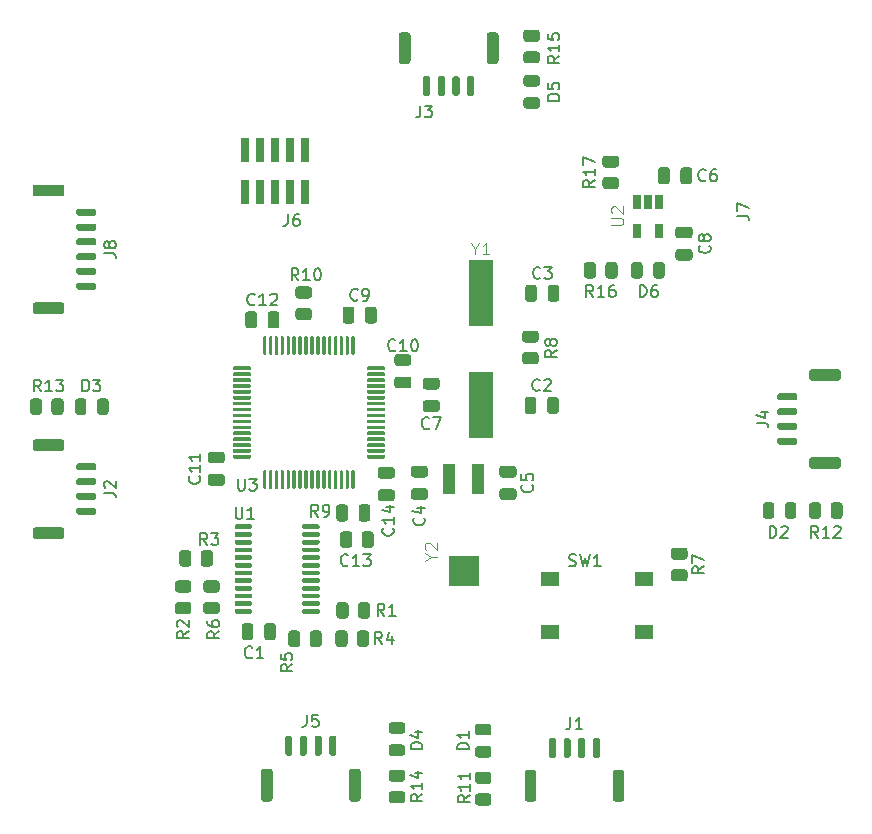
<source format=gbr>
%TF.GenerationSoftware,KiCad,Pcbnew,(5.1.9-0-10_14)*%
%TF.CreationDate,2021-04-28T14:39:26+08:00*%
%TF.ProjectId,TPT_PCB,5450545f-5043-4422-9e6b-696361645f70,rev?*%
%TF.SameCoordinates,Original*%
%TF.FileFunction,Paste,Top*%
%TF.FilePolarity,Positive*%
%FSLAX46Y46*%
G04 Gerber Fmt 4.6, Leading zero omitted, Abs format (unit mm)*
G04 Created by KiCad (PCBNEW (5.1.9-0-10_14)) date 2021-04-28 14:39:26*
%MOMM*%
%LPD*%
G01*
G04 APERTURE LIST*
%ADD10C,0.150000*%
%ADD11C,0.015000*%
%ADD12R,2.500000X2.500000*%
%ADD13R,1.000000X2.500000*%
%ADD14R,2.100000X5.600000*%
%ADD15R,0.650000X1.220000*%
%ADD16R,1.550000X1.300000*%
%ADD17R,0.750000X2.100000*%
G04 APERTURE END LIST*
%TO.C,C6*%
D10*
X181633333Y-73357142D02*
X181585714Y-73404761D01*
X181442857Y-73452380D01*
X181347619Y-73452380D01*
X181204761Y-73404761D01*
X181109523Y-73309523D01*
X181061904Y-73214285D01*
X181014285Y-73023809D01*
X181014285Y-72880952D01*
X181061904Y-72690476D01*
X181109523Y-72595238D01*
X181204761Y-72500000D01*
X181347619Y-72452380D01*
X181442857Y-72452380D01*
X181585714Y-72500000D01*
X181633333Y-72547619D01*
X182490476Y-72452380D02*
X182300000Y-72452380D01*
X182204761Y-72500000D01*
X182157142Y-72547619D01*
X182061904Y-72690476D01*
X182014285Y-72880952D01*
X182014285Y-73261904D01*
X182061904Y-73357142D01*
X182109523Y-73404761D01*
X182204761Y-73452380D01*
X182395238Y-73452380D01*
X182490476Y-73404761D01*
X182538095Y-73357142D01*
X182585714Y-73261904D01*
X182585714Y-73023809D01*
X182538095Y-72928571D01*
X182490476Y-72880952D01*
X182395238Y-72833333D01*
X182204761Y-72833333D01*
X182109523Y-72880952D01*
X182061904Y-72928571D01*
X182014285Y-73023809D01*
%TO.C,C11*%
X138757142Y-98442857D02*
X138804761Y-98490476D01*
X138852380Y-98633333D01*
X138852380Y-98728571D01*
X138804761Y-98871428D01*
X138709523Y-98966666D01*
X138614285Y-99014285D01*
X138423809Y-99061904D01*
X138280952Y-99061904D01*
X138090476Y-99014285D01*
X137995238Y-98966666D01*
X137900000Y-98871428D01*
X137852380Y-98728571D01*
X137852380Y-98633333D01*
X137900000Y-98490476D01*
X137947619Y-98442857D01*
X138852380Y-97490476D02*
X138852380Y-98061904D01*
X138852380Y-97776190D02*
X137852380Y-97776190D01*
X137995238Y-97871428D01*
X138090476Y-97966666D01*
X138138095Y-98061904D01*
X138852380Y-96538095D02*
X138852380Y-97109523D01*
X138852380Y-96823809D02*
X137852380Y-96823809D01*
X137995238Y-96919047D01*
X138090476Y-97014285D01*
X138138095Y-97109523D01*
%TO.C,R5*%
X146652380Y-114366666D02*
X146176190Y-114700000D01*
X146652380Y-114938095D02*
X145652380Y-114938095D01*
X145652380Y-114557142D01*
X145700000Y-114461904D01*
X145747619Y-114414285D01*
X145842857Y-114366666D01*
X145985714Y-114366666D01*
X146080952Y-114414285D01*
X146128571Y-114461904D01*
X146176190Y-114557142D01*
X146176190Y-114938095D01*
X145652380Y-113461904D02*
X145652380Y-113938095D01*
X146128571Y-113985714D01*
X146080952Y-113938095D01*
X146033333Y-113842857D01*
X146033333Y-113604761D01*
X146080952Y-113509523D01*
X146128571Y-113461904D01*
X146223809Y-113414285D01*
X146461904Y-113414285D01*
X146557142Y-113461904D01*
X146604761Y-113509523D01*
X146652380Y-113604761D01*
X146652380Y-113842857D01*
X146604761Y-113938095D01*
X146557142Y-113985714D01*
%TO.C,Y2*%
D11*
X158376148Y-105277034D02*
X158853182Y-105277034D01*
X157851410Y-105610958D02*
X158376148Y-105277034D01*
X157851410Y-104943110D01*
X157946817Y-104656889D02*
X157899114Y-104609186D01*
X157851410Y-104513779D01*
X157851410Y-104275262D01*
X157899114Y-104179855D01*
X157946817Y-104132152D01*
X158042224Y-104084448D01*
X158137631Y-104084448D01*
X158280741Y-104132152D01*
X158853182Y-104704593D01*
X158853182Y-104084448D01*
%TO.C,Y1*%
X162123771Y-79176188D02*
X162123771Y-79652416D01*
X161790412Y-78652337D02*
X162123771Y-79176188D01*
X162457131Y-78652337D01*
X163314342Y-79652416D02*
X162742868Y-79652416D01*
X163028605Y-79652416D02*
X163028605Y-78652337D01*
X162933359Y-78795206D01*
X162838114Y-78890451D01*
X162742868Y-78938074D01*
%TO.C,U3*%
D10*
X142038095Y-98652380D02*
X142038095Y-99461904D01*
X142085714Y-99557142D01*
X142133333Y-99604761D01*
X142228571Y-99652380D01*
X142419047Y-99652380D01*
X142514285Y-99604761D01*
X142561904Y-99557142D01*
X142609523Y-99461904D01*
X142609523Y-98652380D01*
X142990476Y-98652380D02*
X143609523Y-98652380D01*
X143276190Y-99033333D01*
X143419047Y-99033333D01*
X143514285Y-99080952D01*
X143561904Y-99128571D01*
X143609523Y-99223809D01*
X143609523Y-99461904D01*
X143561904Y-99557142D01*
X143514285Y-99604761D01*
X143419047Y-99652380D01*
X143133333Y-99652380D01*
X143038095Y-99604761D01*
X142990476Y-99557142D01*
%TO.C,U2*%
D11*
X173652380Y-77161904D02*
X174461904Y-77161904D01*
X174557142Y-77114285D01*
X174604761Y-77066666D01*
X174652380Y-76971428D01*
X174652380Y-76780952D01*
X174604761Y-76685714D01*
X174557142Y-76638095D01*
X174461904Y-76590476D01*
X173652380Y-76590476D01*
X173747619Y-76161904D02*
X173700000Y-76114285D01*
X173652380Y-76019047D01*
X173652380Y-75780952D01*
X173700000Y-75685714D01*
X173747619Y-75638095D01*
X173842857Y-75590476D01*
X173938095Y-75590476D01*
X174080952Y-75638095D01*
X174652380Y-76209523D01*
X174652380Y-75590476D01*
%TO.C,U1*%
D10*
X141838095Y-101052380D02*
X141838095Y-101861904D01*
X141885714Y-101957142D01*
X141933333Y-102004761D01*
X142028571Y-102052380D01*
X142219047Y-102052380D01*
X142314285Y-102004761D01*
X142361904Y-101957142D01*
X142409523Y-101861904D01*
X142409523Y-101052380D01*
X143409523Y-102052380D02*
X142838095Y-102052380D01*
X143123809Y-102052380D02*
X143123809Y-101052380D01*
X143028571Y-101195238D01*
X142933333Y-101290476D01*
X142838095Y-101338095D01*
%TO.C,SW1*%
X170066666Y-106004761D02*
X170209523Y-106052380D01*
X170447619Y-106052380D01*
X170542857Y-106004761D01*
X170590476Y-105957142D01*
X170638095Y-105861904D01*
X170638095Y-105766666D01*
X170590476Y-105671428D01*
X170542857Y-105623809D01*
X170447619Y-105576190D01*
X170257142Y-105528571D01*
X170161904Y-105480952D01*
X170114285Y-105433333D01*
X170066666Y-105338095D01*
X170066666Y-105242857D01*
X170114285Y-105147619D01*
X170161904Y-105100000D01*
X170257142Y-105052380D01*
X170495238Y-105052380D01*
X170638095Y-105100000D01*
X170971428Y-105052380D02*
X171209523Y-106052380D01*
X171400000Y-105338095D01*
X171590476Y-106052380D01*
X171828571Y-105052380D01*
X172733333Y-106052380D02*
X172161904Y-106052380D01*
X172447619Y-106052380D02*
X172447619Y-105052380D01*
X172352380Y-105195238D01*
X172257142Y-105290476D01*
X172161904Y-105338095D01*
%TO.C,R16*%
X172107142Y-83252380D02*
X171773809Y-82776190D01*
X171535714Y-83252380D02*
X171535714Y-82252380D01*
X171916666Y-82252380D01*
X172011904Y-82300000D01*
X172059523Y-82347619D01*
X172107142Y-82442857D01*
X172107142Y-82585714D01*
X172059523Y-82680952D01*
X172011904Y-82728571D01*
X171916666Y-82776190D01*
X171535714Y-82776190D01*
X173059523Y-83252380D02*
X172488095Y-83252380D01*
X172773809Y-83252380D02*
X172773809Y-82252380D01*
X172678571Y-82395238D01*
X172583333Y-82490476D01*
X172488095Y-82538095D01*
X173916666Y-82252380D02*
X173726190Y-82252380D01*
X173630952Y-82300000D01*
X173583333Y-82347619D01*
X173488095Y-82490476D01*
X173440476Y-82680952D01*
X173440476Y-83061904D01*
X173488095Y-83157142D01*
X173535714Y-83204761D01*
X173630952Y-83252380D01*
X173821428Y-83252380D01*
X173916666Y-83204761D01*
X173964285Y-83157142D01*
X174011904Y-83061904D01*
X174011904Y-82823809D01*
X173964285Y-82728571D01*
X173916666Y-82680952D01*
X173821428Y-82633333D01*
X173630952Y-82633333D01*
X173535714Y-82680952D01*
X173488095Y-82728571D01*
X173440476Y-82823809D01*
%TO.C,R15*%
X169252380Y-62842857D02*
X168776190Y-63176190D01*
X169252380Y-63414285D02*
X168252380Y-63414285D01*
X168252380Y-63033333D01*
X168300000Y-62938095D01*
X168347619Y-62890476D01*
X168442857Y-62842857D01*
X168585714Y-62842857D01*
X168680952Y-62890476D01*
X168728571Y-62938095D01*
X168776190Y-63033333D01*
X168776190Y-63414285D01*
X169252380Y-61890476D02*
X169252380Y-62461904D01*
X169252380Y-62176190D02*
X168252380Y-62176190D01*
X168395238Y-62271428D01*
X168490476Y-62366666D01*
X168538095Y-62461904D01*
X168252380Y-60985714D02*
X168252380Y-61461904D01*
X168728571Y-61509523D01*
X168680952Y-61461904D01*
X168633333Y-61366666D01*
X168633333Y-61128571D01*
X168680952Y-61033333D01*
X168728571Y-60985714D01*
X168823809Y-60938095D01*
X169061904Y-60938095D01*
X169157142Y-60985714D01*
X169204761Y-61033333D01*
X169252380Y-61128571D01*
X169252380Y-61366666D01*
X169204761Y-61461904D01*
X169157142Y-61509523D01*
%TO.C,R14*%
X157652380Y-125342857D02*
X157176190Y-125676190D01*
X157652380Y-125914285D02*
X156652380Y-125914285D01*
X156652380Y-125533333D01*
X156700000Y-125438095D01*
X156747619Y-125390476D01*
X156842857Y-125342857D01*
X156985714Y-125342857D01*
X157080952Y-125390476D01*
X157128571Y-125438095D01*
X157176190Y-125533333D01*
X157176190Y-125914285D01*
X157652380Y-124390476D02*
X157652380Y-124961904D01*
X157652380Y-124676190D02*
X156652380Y-124676190D01*
X156795238Y-124771428D01*
X156890476Y-124866666D01*
X156938095Y-124961904D01*
X156985714Y-123533333D02*
X157652380Y-123533333D01*
X156604761Y-123771428D02*
X157319047Y-124009523D01*
X157319047Y-123390476D01*
%TO.C,R13*%
X125357142Y-91252380D02*
X125023809Y-90776190D01*
X124785714Y-91252380D02*
X124785714Y-90252380D01*
X125166666Y-90252380D01*
X125261904Y-90300000D01*
X125309523Y-90347619D01*
X125357142Y-90442857D01*
X125357142Y-90585714D01*
X125309523Y-90680952D01*
X125261904Y-90728571D01*
X125166666Y-90776190D01*
X124785714Y-90776190D01*
X126309523Y-91252380D02*
X125738095Y-91252380D01*
X126023809Y-91252380D02*
X126023809Y-90252380D01*
X125928571Y-90395238D01*
X125833333Y-90490476D01*
X125738095Y-90538095D01*
X126642857Y-90252380D02*
X127261904Y-90252380D01*
X126928571Y-90633333D01*
X127071428Y-90633333D01*
X127166666Y-90680952D01*
X127214285Y-90728571D01*
X127261904Y-90823809D01*
X127261904Y-91061904D01*
X127214285Y-91157142D01*
X127166666Y-91204761D01*
X127071428Y-91252380D01*
X126785714Y-91252380D01*
X126690476Y-91204761D01*
X126642857Y-91157142D01*
%TO.C,R12*%
X191157142Y-103652380D02*
X190823809Y-103176190D01*
X190585714Y-103652380D02*
X190585714Y-102652380D01*
X190966666Y-102652380D01*
X191061904Y-102700000D01*
X191109523Y-102747619D01*
X191157142Y-102842857D01*
X191157142Y-102985714D01*
X191109523Y-103080952D01*
X191061904Y-103128571D01*
X190966666Y-103176190D01*
X190585714Y-103176190D01*
X192109523Y-103652380D02*
X191538095Y-103652380D01*
X191823809Y-103652380D02*
X191823809Y-102652380D01*
X191728571Y-102795238D01*
X191633333Y-102890476D01*
X191538095Y-102938095D01*
X192490476Y-102747619D02*
X192538095Y-102700000D01*
X192633333Y-102652380D01*
X192871428Y-102652380D01*
X192966666Y-102700000D01*
X193014285Y-102747619D01*
X193061904Y-102842857D01*
X193061904Y-102938095D01*
X193014285Y-103080952D01*
X192442857Y-103652380D01*
X193061904Y-103652380D01*
%TO.C,R11*%
X161652380Y-125442857D02*
X161176190Y-125776190D01*
X161652380Y-126014285D02*
X160652380Y-126014285D01*
X160652380Y-125633333D01*
X160700000Y-125538095D01*
X160747619Y-125490476D01*
X160842857Y-125442857D01*
X160985714Y-125442857D01*
X161080952Y-125490476D01*
X161128571Y-125538095D01*
X161176190Y-125633333D01*
X161176190Y-126014285D01*
X161652380Y-124490476D02*
X161652380Y-125061904D01*
X161652380Y-124776190D02*
X160652380Y-124776190D01*
X160795238Y-124871428D01*
X160890476Y-124966666D01*
X160938095Y-125061904D01*
X161652380Y-123538095D02*
X161652380Y-124109523D01*
X161652380Y-123823809D02*
X160652380Y-123823809D01*
X160795238Y-123919047D01*
X160890476Y-124014285D01*
X160938095Y-124109523D01*
%TO.C,R10*%
X147157142Y-81852380D02*
X146823809Y-81376190D01*
X146585714Y-81852380D02*
X146585714Y-80852380D01*
X146966666Y-80852380D01*
X147061904Y-80900000D01*
X147109523Y-80947619D01*
X147157142Y-81042857D01*
X147157142Y-81185714D01*
X147109523Y-81280952D01*
X147061904Y-81328571D01*
X146966666Y-81376190D01*
X146585714Y-81376190D01*
X148109523Y-81852380D02*
X147538095Y-81852380D01*
X147823809Y-81852380D02*
X147823809Y-80852380D01*
X147728571Y-80995238D01*
X147633333Y-81090476D01*
X147538095Y-81138095D01*
X148728571Y-80852380D02*
X148823809Y-80852380D01*
X148919047Y-80900000D01*
X148966666Y-80947619D01*
X149014285Y-81042857D01*
X149061904Y-81233333D01*
X149061904Y-81471428D01*
X149014285Y-81661904D01*
X148966666Y-81757142D01*
X148919047Y-81804761D01*
X148823809Y-81852380D01*
X148728571Y-81852380D01*
X148633333Y-81804761D01*
X148585714Y-81757142D01*
X148538095Y-81661904D01*
X148490476Y-81471428D01*
X148490476Y-81233333D01*
X148538095Y-81042857D01*
X148585714Y-80947619D01*
X148633333Y-80900000D01*
X148728571Y-80852380D01*
%TO.C,R9*%
X148833333Y-101852380D02*
X148500000Y-101376190D01*
X148261904Y-101852380D02*
X148261904Y-100852380D01*
X148642857Y-100852380D01*
X148738095Y-100900000D01*
X148785714Y-100947619D01*
X148833333Y-101042857D01*
X148833333Y-101185714D01*
X148785714Y-101280952D01*
X148738095Y-101328571D01*
X148642857Y-101376190D01*
X148261904Y-101376190D01*
X149309523Y-101852380D02*
X149500000Y-101852380D01*
X149595238Y-101804761D01*
X149642857Y-101757142D01*
X149738095Y-101614285D01*
X149785714Y-101423809D01*
X149785714Y-101042857D01*
X149738095Y-100947619D01*
X149690476Y-100900000D01*
X149595238Y-100852380D01*
X149404761Y-100852380D01*
X149309523Y-100900000D01*
X149261904Y-100947619D01*
X149214285Y-101042857D01*
X149214285Y-101280952D01*
X149261904Y-101376190D01*
X149309523Y-101423809D01*
X149404761Y-101471428D01*
X149595238Y-101471428D01*
X149690476Y-101423809D01*
X149738095Y-101376190D01*
X149785714Y-101280952D01*
%TO.C,R8*%
X169052380Y-87766666D02*
X168576190Y-88100000D01*
X169052380Y-88338095D02*
X168052380Y-88338095D01*
X168052380Y-87957142D01*
X168100000Y-87861904D01*
X168147619Y-87814285D01*
X168242857Y-87766666D01*
X168385714Y-87766666D01*
X168480952Y-87814285D01*
X168528571Y-87861904D01*
X168576190Y-87957142D01*
X168576190Y-88338095D01*
X168480952Y-87195238D02*
X168433333Y-87290476D01*
X168385714Y-87338095D01*
X168290476Y-87385714D01*
X168242857Y-87385714D01*
X168147619Y-87338095D01*
X168100000Y-87290476D01*
X168052380Y-87195238D01*
X168052380Y-87004761D01*
X168100000Y-86909523D01*
X168147619Y-86861904D01*
X168242857Y-86814285D01*
X168290476Y-86814285D01*
X168385714Y-86861904D01*
X168433333Y-86909523D01*
X168480952Y-87004761D01*
X168480952Y-87195238D01*
X168528571Y-87290476D01*
X168576190Y-87338095D01*
X168671428Y-87385714D01*
X168861904Y-87385714D01*
X168957142Y-87338095D01*
X169004761Y-87290476D01*
X169052380Y-87195238D01*
X169052380Y-87004761D01*
X169004761Y-86909523D01*
X168957142Y-86861904D01*
X168861904Y-86814285D01*
X168671428Y-86814285D01*
X168576190Y-86861904D01*
X168528571Y-86909523D01*
X168480952Y-87004761D01*
%TO.C,R7*%
X181502380Y-106079166D02*
X181026190Y-106412500D01*
X181502380Y-106650595D02*
X180502380Y-106650595D01*
X180502380Y-106269642D01*
X180550000Y-106174404D01*
X180597619Y-106126785D01*
X180692857Y-106079166D01*
X180835714Y-106079166D01*
X180930952Y-106126785D01*
X180978571Y-106174404D01*
X181026190Y-106269642D01*
X181026190Y-106650595D01*
X180502380Y-105745833D02*
X180502380Y-105079166D01*
X181502380Y-105507738D01*
%TO.C,R6*%
X140452380Y-111566666D02*
X139976190Y-111900000D01*
X140452380Y-112138095D02*
X139452380Y-112138095D01*
X139452380Y-111757142D01*
X139500000Y-111661904D01*
X139547619Y-111614285D01*
X139642857Y-111566666D01*
X139785714Y-111566666D01*
X139880952Y-111614285D01*
X139928571Y-111661904D01*
X139976190Y-111757142D01*
X139976190Y-112138095D01*
X139452380Y-110709523D02*
X139452380Y-110900000D01*
X139500000Y-110995238D01*
X139547619Y-111042857D01*
X139690476Y-111138095D01*
X139880952Y-111185714D01*
X140261904Y-111185714D01*
X140357142Y-111138095D01*
X140404761Y-111090476D01*
X140452380Y-110995238D01*
X140452380Y-110804761D01*
X140404761Y-110709523D01*
X140357142Y-110661904D01*
X140261904Y-110614285D01*
X140023809Y-110614285D01*
X139928571Y-110661904D01*
X139880952Y-110709523D01*
X139833333Y-110804761D01*
X139833333Y-110995238D01*
X139880952Y-111090476D01*
X139928571Y-111138095D01*
X140023809Y-111185714D01*
%TO.C,R4*%
X154233333Y-112652380D02*
X153900000Y-112176190D01*
X153661904Y-112652380D02*
X153661904Y-111652380D01*
X154042857Y-111652380D01*
X154138095Y-111700000D01*
X154185714Y-111747619D01*
X154233333Y-111842857D01*
X154233333Y-111985714D01*
X154185714Y-112080952D01*
X154138095Y-112128571D01*
X154042857Y-112176190D01*
X153661904Y-112176190D01*
X155090476Y-111985714D02*
X155090476Y-112652380D01*
X154852380Y-111604761D02*
X154614285Y-112319047D01*
X155233333Y-112319047D01*
%TO.C,R3*%
X139433333Y-104252380D02*
X139100000Y-103776190D01*
X138861904Y-104252380D02*
X138861904Y-103252380D01*
X139242857Y-103252380D01*
X139338095Y-103300000D01*
X139385714Y-103347619D01*
X139433333Y-103442857D01*
X139433333Y-103585714D01*
X139385714Y-103680952D01*
X139338095Y-103728571D01*
X139242857Y-103776190D01*
X138861904Y-103776190D01*
X139766666Y-103252380D02*
X140385714Y-103252380D01*
X140052380Y-103633333D01*
X140195238Y-103633333D01*
X140290476Y-103680952D01*
X140338095Y-103728571D01*
X140385714Y-103823809D01*
X140385714Y-104061904D01*
X140338095Y-104157142D01*
X140290476Y-104204761D01*
X140195238Y-104252380D01*
X139909523Y-104252380D01*
X139814285Y-104204761D01*
X139766666Y-104157142D01*
%TO.C,R2*%
X137852380Y-111566666D02*
X137376190Y-111900000D01*
X137852380Y-112138095D02*
X136852380Y-112138095D01*
X136852380Y-111757142D01*
X136900000Y-111661904D01*
X136947619Y-111614285D01*
X137042857Y-111566666D01*
X137185714Y-111566666D01*
X137280952Y-111614285D01*
X137328571Y-111661904D01*
X137376190Y-111757142D01*
X137376190Y-112138095D01*
X136947619Y-111185714D02*
X136900000Y-111138095D01*
X136852380Y-111042857D01*
X136852380Y-110804761D01*
X136900000Y-110709523D01*
X136947619Y-110661904D01*
X137042857Y-110614285D01*
X137138095Y-110614285D01*
X137280952Y-110661904D01*
X137852380Y-111233333D01*
X137852380Y-110614285D01*
%TO.C,R1*%
X154433333Y-110252380D02*
X154100000Y-109776190D01*
X153861904Y-110252380D02*
X153861904Y-109252380D01*
X154242857Y-109252380D01*
X154338095Y-109300000D01*
X154385714Y-109347619D01*
X154433333Y-109442857D01*
X154433333Y-109585714D01*
X154385714Y-109680952D01*
X154338095Y-109728571D01*
X154242857Y-109776190D01*
X153861904Y-109776190D01*
X155385714Y-110252380D02*
X154814285Y-110252380D01*
X155100000Y-110252380D02*
X155100000Y-109252380D01*
X155004761Y-109395238D01*
X154909523Y-109490476D01*
X154814285Y-109538095D01*
%TO.C,J8*%
X130702380Y-79558333D02*
X131416666Y-79558333D01*
X131559523Y-79605952D01*
X131654761Y-79701190D01*
X131702380Y-79844047D01*
X131702380Y-79939285D01*
X131130952Y-78939285D02*
X131083333Y-79034523D01*
X131035714Y-79082142D01*
X130940476Y-79129761D01*
X130892857Y-79129761D01*
X130797619Y-79082142D01*
X130750000Y-79034523D01*
X130702380Y-78939285D01*
X130702380Y-78748809D01*
X130750000Y-78653571D01*
X130797619Y-78605952D01*
X130892857Y-78558333D01*
X130940476Y-78558333D01*
X131035714Y-78605952D01*
X131083333Y-78653571D01*
X131130952Y-78748809D01*
X131130952Y-78939285D01*
X131178571Y-79034523D01*
X131226190Y-79082142D01*
X131321428Y-79129761D01*
X131511904Y-79129761D01*
X131607142Y-79082142D01*
X131654761Y-79034523D01*
X131702380Y-78939285D01*
X131702380Y-78748809D01*
X131654761Y-78653571D01*
X131607142Y-78605952D01*
X131511904Y-78558333D01*
X131321428Y-78558333D01*
X131226190Y-78605952D01*
X131178571Y-78653571D01*
X131130952Y-78748809D01*
%TO.C,J7*%
X184292380Y-76383333D02*
X185006666Y-76383333D01*
X185149523Y-76430952D01*
X185244761Y-76526190D01*
X185292380Y-76669047D01*
X185292380Y-76764285D01*
X184292380Y-76002380D02*
X184292380Y-75335714D01*
X185292380Y-75764285D01*
%TO.C,J6*%
X146266666Y-76252380D02*
X146266666Y-76966666D01*
X146219047Y-77109523D01*
X146123809Y-77204761D01*
X145980952Y-77252380D01*
X145885714Y-77252380D01*
X147171428Y-76252380D02*
X146980952Y-76252380D01*
X146885714Y-76300000D01*
X146838095Y-76347619D01*
X146742857Y-76490476D01*
X146695238Y-76680952D01*
X146695238Y-77061904D01*
X146742857Y-77157142D01*
X146790476Y-77204761D01*
X146885714Y-77252380D01*
X147076190Y-77252380D01*
X147171428Y-77204761D01*
X147219047Y-77157142D01*
X147266666Y-77061904D01*
X147266666Y-76823809D01*
X147219047Y-76728571D01*
X147171428Y-76680952D01*
X147076190Y-76633333D01*
X146885714Y-76633333D01*
X146790476Y-76680952D01*
X146742857Y-76728571D01*
X146695238Y-76823809D01*
%TO.C,J5*%
X147866666Y-118652380D02*
X147866666Y-119366666D01*
X147819047Y-119509523D01*
X147723809Y-119604761D01*
X147580952Y-119652380D01*
X147485714Y-119652380D01*
X148819047Y-118652380D02*
X148342857Y-118652380D01*
X148295238Y-119128571D01*
X148342857Y-119080952D01*
X148438095Y-119033333D01*
X148676190Y-119033333D01*
X148771428Y-119080952D01*
X148819047Y-119128571D01*
X148866666Y-119223809D01*
X148866666Y-119461904D01*
X148819047Y-119557142D01*
X148771428Y-119604761D01*
X148676190Y-119652380D01*
X148438095Y-119652380D01*
X148342857Y-119604761D01*
X148295238Y-119557142D01*
%TO.C,J4*%
X185952380Y-93933333D02*
X186666666Y-93933333D01*
X186809523Y-93980952D01*
X186904761Y-94076190D01*
X186952380Y-94219047D01*
X186952380Y-94314285D01*
X186285714Y-93028571D02*
X186952380Y-93028571D01*
X185904761Y-93266666D02*
X186619047Y-93504761D01*
X186619047Y-92885714D01*
%TO.C,J3*%
X157466666Y-67052380D02*
X157466666Y-67766666D01*
X157419047Y-67909523D01*
X157323809Y-68004761D01*
X157180952Y-68052380D01*
X157085714Y-68052380D01*
X157847619Y-67052380D02*
X158466666Y-67052380D01*
X158133333Y-67433333D01*
X158276190Y-67433333D01*
X158371428Y-67480952D01*
X158419047Y-67528571D01*
X158466666Y-67623809D01*
X158466666Y-67861904D01*
X158419047Y-67957142D01*
X158371428Y-68004761D01*
X158276190Y-68052380D01*
X157990476Y-68052380D01*
X157895238Y-68004761D01*
X157847619Y-67957142D01*
%TO.C,J2*%
X130702380Y-99858333D02*
X131416666Y-99858333D01*
X131559523Y-99905952D01*
X131654761Y-100001190D01*
X131702380Y-100144047D01*
X131702380Y-100239285D01*
X130797619Y-99429761D02*
X130750000Y-99382142D01*
X130702380Y-99286904D01*
X130702380Y-99048809D01*
X130750000Y-98953571D01*
X130797619Y-98905952D01*
X130892857Y-98858333D01*
X130988095Y-98858333D01*
X131130952Y-98905952D01*
X131702380Y-99477380D01*
X131702380Y-98858333D01*
%TO.C,J1*%
X170191666Y-118852380D02*
X170191666Y-119566666D01*
X170144047Y-119709523D01*
X170048809Y-119804761D01*
X169905952Y-119852380D01*
X169810714Y-119852380D01*
X171191666Y-119852380D02*
X170620238Y-119852380D01*
X170905952Y-119852380D02*
X170905952Y-118852380D01*
X170810714Y-118995238D01*
X170715476Y-119090476D01*
X170620238Y-119138095D01*
%TO.C,D6*%
X176061904Y-83252380D02*
X176061904Y-82252380D01*
X176300000Y-82252380D01*
X176442857Y-82300000D01*
X176538095Y-82395238D01*
X176585714Y-82490476D01*
X176633333Y-82680952D01*
X176633333Y-82823809D01*
X176585714Y-83014285D01*
X176538095Y-83109523D01*
X176442857Y-83204761D01*
X176300000Y-83252380D01*
X176061904Y-83252380D01*
X177490476Y-82252380D02*
X177300000Y-82252380D01*
X177204761Y-82300000D01*
X177157142Y-82347619D01*
X177061904Y-82490476D01*
X177014285Y-82680952D01*
X177014285Y-83061904D01*
X177061904Y-83157142D01*
X177109523Y-83204761D01*
X177204761Y-83252380D01*
X177395238Y-83252380D01*
X177490476Y-83204761D01*
X177538095Y-83157142D01*
X177585714Y-83061904D01*
X177585714Y-82823809D01*
X177538095Y-82728571D01*
X177490476Y-82680952D01*
X177395238Y-82633333D01*
X177204761Y-82633333D01*
X177109523Y-82680952D01*
X177061904Y-82728571D01*
X177014285Y-82823809D01*
%TO.C,D5*%
X169252380Y-66638095D02*
X168252380Y-66638095D01*
X168252380Y-66400000D01*
X168300000Y-66257142D01*
X168395238Y-66161904D01*
X168490476Y-66114285D01*
X168680952Y-66066666D01*
X168823809Y-66066666D01*
X169014285Y-66114285D01*
X169109523Y-66161904D01*
X169204761Y-66257142D01*
X169252380Y-66400000D01*
X169252380Y-66638095D01*
X168252380Y-65161904D02*
X168252380Y-65638095D01*
X168728571Y-65685714D01*
X168680952Y-65638095D01*
X168633333Y-65542857D01*
X168633333Y-65304761D01*
X168680952Y-65209523D01*
X168728571Y-65161904D01*
X168823809Y-65114285D01*
X169061904Y-65114285D01*
X169157142Y-65161904D01*
X169204761Y-65209523D01*
X169252380Y-65304761D01*
X169252380Y-65542857D01*
X169204761Y-65638095D01*
X169157142Y-65685714D01*
%TO.C,D4*%
X157652380Y-121538095D02*
X156652380Y-121538095D01*
X156652380Y-121300000D01*
X156700000Y-121157142D01*
X156795238Y-121061904D01*
X156890476Y-121014285D01*
X157080952Y-120966666D01*
X157223809Y-120966666D01*
X157414285Y-121014285D01*
X157509523Y-121061904D01*
X157604761Y-121157142D01*
X157652380Y-121300000D01*
X157652380Y-121538095D01*
X156985714Y-120109523D02*
X157652380Y-120109523D01*
X156604761Y-120347619D02*
X157319047Y-120585714D01*
X157319047Y-119966666D01*
%TO.C,D3*%
X128861904Y-91252380D02*
X128861904Y-90252380D01*
X129100000Y-90252380D01*
X129242857Y-90300000D01*
X129338095Y-90395238D01*
X129385714Y-90490476D01*
X129433333Y-90680952D01*
X129433333Y-90823809D01*
X129385714Y-91014285D01*
X129338095Y-91109523D01*
X129242857Y-91204761D01*
X129100000Y-91252380D01*
X128861904Y-91252380D01*
X129766666Y-90252380D02*
X130385714Y-90252380D01*
X130052380Y-90633333D01*
X130195238Y-90633333D01*
X130290476Y-90680952D01*
X130338095Y-90728571D01*
X130385714Y-90823809D01*
X130385714Y-91061904D01*
X130338095Y-91157142D01*
X130290476Y-91204761D01*
X130195238Y-91252380D01*
X129909523Y-91252380D01*
X129814285Y-91204761D01*
X129766666Y-91157142D01*
%TO.C,D2*%
X187061904Y-103652380D02*
X187061904Y-102652380D01*
X187300000Y-102652380D01*
X187442857Y-102700000D01*
X187538095Y-102795238D01*
X187585714Y-102890476D01*
X187633333Y-103080952D01*
X187633333Y-103223809D01*
X187585714Y-103414285D01*
X187538095Y-103509523D01*
X187442857Y-103604761D01*
X187300000Y-103652380D01*
X187061904Y-103652380D01*
X188014285Y-102747619D02*
X188061904Y-102700000D01*
X188157142Y-102652380D01*
X188395238Y-102652380D01*
X188490476Y-102700000D01*
X188538095Y-102747619D01*
X188585714Y-102842857D01*
X188585714Y-102938095D01*
X188538095Y-103080952D01*
X187966666Y-103652380D01*
X188585714Y-103652380D01*
%TO.C,D1*%
X161602380Y-121575595D02*
X160602380Y-121575595D01*
X160602380Y-121337500D01*
X160650000Y-121194642D01*
X160745238Y-121099404D01*
X160840476Y-121051785D01*
X161030952Y-121004166D01*
X161173809Y-121004166D01*
X161364285Y-121051785D01*
X161459523Y-121099404D01*
X161554761Y-121194642D01*
X161602380Y-121337500D01*
X161602380Y-121575595D01*
X161602380Y-120051785D02*
X161602380Y-120623214D01*
X161602380Y-120337500D02*
X160602380Y-120337500D01*
X160745238Y-120432738D01*
X160840476Y-120527976D01*
X160888095Y-120623214D01*
%TO.C,C14*%
X155157142Y-102842857D02*
X155204761Y-102890476D01*
X155252380Y-103033333D01*
X155252380Y-103128571D01*
X155204761Y-103271428D01*
X155109523Y-103366666D01*
X155014285Y-103414285D01*
X154823809Y-103461904D01*
X154680952Y-103461904D01*
X154490476Y-103414285D01*
X154395238Y-103366666D01*
X154300000Y-103271428D01*
X154252380Y-103128571D01*
X154252380Y-103033333D01*
X154300000Y-102890476D01*
X154347619Y-102842857D01*
X155252380Y-101890476D02*
X155252380Y-102461904D01*
X155252380Y-102176190D02*
X154252380Y-102176190D01*
X154395238Y-102271428D01*
X154490476Y-102366666D01*
X154538095Y-102461904D01*
X154585714Y-101033333D02*
X155252380Y-101033333D01*
X154204761Y-101271428D02*
X154919047Y-101509523D01*
X154919047Y-100890476D01*
%TO.C,C13*%
X151357142Y-105957142D02*
X151309523Y-106004761D01*
X151166666Y-106052380D01*
X151071428Y-106052380D01*
X150928571Y-106004761D01*
X150833333Y-105909523D01*
X150785714Y-105814285D01*
X150738095Y-105623809D01*
X150738095Y-105480952D01*
X150785714Y-105290476D01*
X150833333Y-105195238D01*
X150928571Y-105100000D01*
X151071428Y-105052380D01*
X151166666Y-105052380D01*
X151309523Y-105100000D01*
X151357142Y-105147619D01*
X152309523Y-106052380D02*
X151738095Y-106052380D01*
X152023809Y-106052380D02*
X152023809Y-105052380D01*
X151928571Y-105195238D01*
X151833333Y-105290476D01*
X151738095Y-105338095D01*
X152642857Y-105052380D02*
X153261904Y-105052380D01*
X152928571Y-105433333D01*
X153071428Y-105433333D01*
X153166666Y-105480952D01*
X153214285Y-105528571D01*
X153261904Y-105623809D01*
X153261904Y-105861904D01*
X153214285Y-105957142D01*
X153166666Y-106004761D01*
X153071428Y-106052380D01*
X152785714Y-106052380D01*
X152690476Y-106004761D01*
X152642857Y-105957142D01*
%TO.C,C12*%
X143457142Y-83877142D02*
X143409523Y-83924761D01*
X143266666Y-83972380D01*
X143171428Y-83972380D01*
X143028571Y-83924761D01*
X142933333Y-83829523D01*
X142885714Y-83734285D01*
X142838095Y-83543809D01*
X142838095Y-83400952D01*
X142885714Y-83210476D01*
X142933333Y-83115238D01*
X143028571Y-83020000D01*
X143171428Y-82972380D01*
X143266666Y-82972380D01*
X143409523Y-83020000D01*
X143457142Y-83067619D01*
X144409523Y-83972380D02*
X143838095Y-83972380D01*
X144123809Y-83972380D02*
X144123809Y-82972380D01*
X144028571Y-83115238D01*
X143933333Y-83210476D01*
X143838095Y-83258095D01*
X144790476Y-83067619D02*
X144838095Y-83020000D01*
X144933333Y-82972380D01*
X145171428Y-82972380D01*
X145266666Y-83020000D01*
X145314285Y-83067619D01*
X145361904Y-83162857D01*
X145361904Y-83258095D01*
X145314285Y-83400952D01*
X144742857Y-83972380D01*
X145361904Y-83972380D01*
%TO.C,C10*%
X155357142Y-87757142D02*
X155309523Y-87804761D01*
X155166666Y-87852380D01*
X155071428Y-87852380D01*
X154928571Y-87804761D01*
X154833333Y-87709523D01*
X154785714Y-87614285D01*
X154738095Y-87423809D01*
X154738095Y-87280952D01*
X154785714Y-87090476D01*
X154833333Y-86995238D01*
X154928571Y-86900000D01*
X155071428Y-86852380D01*
X155166666Y-86852380D01*
X155309523Y-86900000D01*
X155357142Y-86947619D01*
X156309523Y-87852380D02*
X155738095Y-87852380D01*
X156023809Y-87852380D02*
X156023809Y-86852380D01*
X155928571Y-86995238D01*
X155833333Y-87090476D01*
X155738095Y-87138095D01*
X156928571Y-86852380D02*
X157023809Y-86852380D01*
X157119047Y-86900000D01*
X157166666Y-86947619D01*
X157214285Y-87042857D01*
X157261904Y-87233333D01*
X157261904Y-87471428D01*
X157214285Y-87661904D01*
X157166666Y-87757142D01*
X157119047Y-87804761D01*
X157023809Y-87852380D01*
X156928571Y-87852380D01*
X156833333Y-87804761D01*
X156785714Y-87757142D01*
X156738095Y-87661904D01*
X156690476Y-87471428D01*
X156690476Y-87233333D01*
X156738095Y-87042857D01*
X156785714Y-86947619D01*
X156833333Y-86900000D01*
X156928571Y-86852380D01*
%TO.C,C9*%
X152183333Y-83477142D02*
X152135714Y-83524761D01*
X151992857Y-83572380D01*
X151897619Y-83572380D01*
X151754761Y-83524761D01*
X151659523Y-83429523D01*
X151611904Y-83334285D01*
X151564285Y-83143809D01*
X151564285Y-83000952D01*
X151611904Y-82810476D01*
X151659523Y-82715238D01*
X151754761Y-82620000D01*
X151897619Y-82572380D01*
X151992857Y-82572380D01*
X152135714Y-82620000D01*
X152183333Y-82667619D01*
X152659523Y-83572380D02*
X152850000Y-83572380D01*
X152945238Y-83524761D01*
X152992857Y-83477142D01*
X153088095Y-83334285D01*
X153135714Y-83143809D01*
X153135714Y-82762857D01*
X153088095Y-82667619D01*
X153040476Y-82620000D01*
X152945238Y-82572380D01*
X152754761Y-82572380D01*
X152659523Y-82620000D01*
X152611904Y-82667619D01*
X152564285Y-82762857D01*
X152564285Y-83000952D01*
X152611904Y-83096190D01*
X152659523Y-83143809D01*
X152754761Y-83191428D01*
X152945238Y-83191428D01*
X153040476Y-83143809D01*
X153088095Y-83096190D01*
X153135714Y-83000952D01*
%TO.C,C8*%
X181957142Y-78916666D02*
X182004761Y-78964285D01*
X182052380Y-79107142D01*
X182052380Y-79202380D01*
X182004761Y-79345238D01*
X181909523Y-79440476D01*
X181814285Y-79488095D01*
X181623809Y-79535714D01*
X181480952Y-79535714D01*
X181290476Y-79488095D01*
X181195238Y-79440476D01*
X181100000Y-79345238D01*
X181052380Y-79202380D01*
X181052380Y-79107142D01*
X181100000Y-78964285D01*
X181147619Y-78916666D01*
X181480952Y-78345238D02*
X181433333Y-78440476D01*
X181385714Y-78488095D01*
X181290476Y-78535714D01*
X181242857Y-78535714D01*
X181147619Y-78488095D01*
X181100000Y-78440476D01*
X181052380Y-78345238D01*
X181052380Y-78154761D01*
X181100000Y-78059523D01*
X181147619Y-78011904D01*
X181242857Y-77964285D01*
X181290476Y-77964285D01*
X181385714Y-78011904D01*
X181433333Y-78059523D01*
X181480952Y-78154761D01*
X181480952Y-78345238D01*
X181528571Y-78440476D01*
X181576190Y-78488095D01*
X181671428Y-78535714D01*
X181861904Y-78535714D01*
X181957142Y-78488095D01*
X182004761Y-78440476D01*
X182052380Y-78345238D01*
X182052380Y-78154761D01*
X182004761Y-78059523D01*
X181957142Y-78011904D01*
X181861904Y-77964285D01*
X181671428Y-77964285D01*
X181576190Y-78011904D01*
X181528571Y-78059523D01*
X181480952Y-78154761D01*
%TO.C,C7*%
X158233333Y-94357142D02*
X158185714Y-94404761D01*
X158042857Y-94452380D01*
X157947619Y-94452380D01*
X157804761Y-94404761D01*
X157709523Y-94309523D01*
X157661904Y-94214285D01*
X157614285Y-94023809D01*
X157614285Y-93880952D01*
X157661904Y-93690476D01*
X157709523Y-93595238D01*
X157804761Y-93500000D01*
X157947619Y-93452380D01*
X158042857Y-93452380D01*
X158185714Y-93500000D01*
X158233333Y-93547619D01*
X158566666Y-93452380D02*
X159233333Y-93452380D01*
X158804761Y-94452380D01*
%TO.C,C5*%
X166937142Y-99166666D02*
X166984761Y-99214285D01*
X167032380Y-99357142D01*
X167032380Y-99452380D01*
X166984761Y-99595238D01*
X166889523Y-99690476D01*
X166794285Y-99738095D01*
X166603809Y-99785714D01*
X166460952Y-99785714D01*
X166270476Y-99738095D01*
X166175238Y-99690476D01*
X166080000Y-99595238D01*
X166032380Y-99452380D01*
X166032380Y-99357142D01*
X166080000Y-99214285D01*
X166127619Y-99166666D01*
X166032380Y-98261904D02*
X166032380Y-98738095D01*
X166508571Y-98785714D01*
X166460952Y-98738095D01*
X166413333Y-98642857D01*
X166413333Y-98404761D01*
X166460952Y-98309523D01*
X166508571Y-98261904D01*
X166603809Y-98214285D01*
X166841904Y-98214285D01*
X166937142Y-98261904D01*
X166984761Y-98309523D01*
X167032380Y-98404761D01*
X167032380Y-98642857D01*
X166984761Y-98738095D01*
X166937142Y-98785714D01*
%TO.C,C4*%
X157757142Y-101966666D02*
X157804761Y-102014285D01*
X157852380Y-102157142D01*
X157852380Y-102252380D01*
X157804761Y-102395238D01*
X157709523Y-102490476D01*
X157614285Y-102538095D01*
X157423809Y-102585714D01*
X157280952Y-102585714D01*
X157090476Y-102538095D01*
X156995238Y-102490476D01*
X156900000Y-102395238D01*
X156852380Y-102252380D01*
X156852380Y-102157142D01*
X156900000Y-102014285D01*
X156947619Y-101966666D01*
X157185714Y-101109523D02*
X157852380Y-101109523D01*
X156804761Y-101347619D02*
X157519047Y-101585714D01*
X157519047Y-100966666D01*
%TO.C,C3*%
X167633333Y-81627142D02*
X167585714Y-81674761D01*
X167442857Y-81722380D01*
X167347619Y-81722380D01*
X167204761Y-81674761D01*
X167109523Y-81579523D01*
X167061904Y-81484285D01*
X167014285Y-81293809D01*
X167014285Y-81150952D01*
X167061904Y-80960476D01*
X167109523Y-80865238D01*
X167204761Y-80770000D01*
X167347619Y-80722380D01*
X167442857Y-80722380D01*
X167585714Y-80770000D01*
X167633333Y-80817619D01*
X167966666Y-80722380D02*
X168585714Y-80722380D01*
X168252380Y-81103333D01*
X168395238Y-81103333D01*
X168490476Y-81150952D01*
X168538095Y-81198571D01*
X168585714Y-81293809D01*
X168585714Y-81531904D01*
X168538095Y-81627142D01*
X168490476Y-81674761D01*
X168395238Y-81722380D01*
X168109523Y-81722380D01*
X168014285Y-81674761D01*
X167966666Y-81627142D01*
%TO.C,C2*%
X167583333Y-91127142D02*
X167535714Y-91174761D01*
X167392857Y-91222380D01*
X167297619Y-91222380D01*
X167154761Y-91174761D01*
X167059523Y-91079523D01*
X167011904Y-90984285D01*
X166964285Y-90793809D01*
X166964285Y-90650952D01*
X167011904Y-90460476D01*
X167059523Y-90365238D01*
X167154761Y-90270000D01*
X167297619Y-90222380D01*
X167392857Y-90222380D01*
X167535714Y-90270000D01*
X167583333Y-90317619D01*
X167964285Y-90317619D02*
X168011904Y-90270000D01*
X168107142Y-90222380D01*
X168345238Y-90222380D01*
X168440476Y-90270000D01*
X168488095Y-90317619D01*
X168535714Y-90412857D01*
X168535714Y-90508095D01*
X168488095Y-90650952D01*
X167916666Y-91222380D01*
X168535714Y-91222380D01*
%TO.C,C1*%
X143233333Y-113757142D02*
X143185714Y-113804761D01*
X143042857Y-113852380D01*
X142947619Y-113852380D01*
X142804761Y-113804761D01*
X142709523Y-113709523D01*
X142661904Y-113614285D01*
X142614285Y-113423809D01*
X142614285Y-113280952D01*
X142661904Y-113090476D01*
X142709523Y-112995238D01*
X142804761Y-112900000D01*
X142947619Y-112852380D01*
X143042857Y-112852380D01*
X143185714Y-112900000D01*
X143233333Y-112947619D01*
X144185714Y-113852380D02*
X143614285Y-113852380D01*
X143900000Y-113852380D02*
X143900000Y-112852380D01*
X143804761Y-112995238D01*
X143709523Y-113090476D01*
X143614285Y-113138095D01*
%TO.C,R17*%
X172252380Y-73355357D02*
X171776190Y-73688690D01*
X172252380Y-73926785D02*
X171252380Y-73926785D01*
X171252380Y-73545833D01*
X171300000Y-73450595D01*
X171347619Y-73402976D01*
X171442857Y-73355357D01*
X171585714Y-73355357D01*
X171680952Y-73402976D01*
X171728571Y-73450595D01*
X171776190Y-73545833D01*
X171776190Y-73926785D01*
X172252380Y-72402976D02*
X172252380Y-72974404D01*
X172252380Y-72688690D02*
X171252380Y-72688690D01*
X171395238Y-72783928D01*
X171490476Y-72879166D01*
X171538095Y-72974404D01*
X171252380Y-72069642D02*
X171252380Y-71402976D01*
X172252380Y-71831547D01*
%TD*%
%TO.C,C6*%
G36*
G01*
X178600000Y-72525000D02*
X178600000Y-73475000D01*
G75*
G02*
X178350000Y-73725000I-250000J0D01*
G01*
X177850000Y-73725000D01*
G75*
G02*
X177600000Y-73475000I0J250000D01*
G01*
X177600000Y-72525000D01*
G75*
G02*
X177850000Y-72275000I250000J0D01*
G01*
X178350000Y-72275000D01*
G75*
G02*
X178600000Y-72525000I0J-250000D01*
G01*
G37*
G36*
G01*
X180500000Y-72525000D02*
X180500000Y-73475000D01*
G75*
G02*
X180250000Y-73725000I-250000J0D01*
G01*
X179750000Y-73725000D01*
G75*
G02*
X179500000Y-73475000I0J250000D01*
G01*
X179500000Y-72525000D01*
G75*
G02*
X179750000Y-72275000I250000J0D01*
G01*
X180250000Y-72275000D01*
G75*
G02*
X180500000Y-72525000I0J-250000D01*
G01*
G37*
%TD*%
%TO.C,C11*%
G36*
G01*
X140675000Y-97350000D02*
X139725000Y-97350000D01*
G75*
G02*
X139475000Y-97100000I0J250000D01*
G01*
X139475000Y-96600000D01*
G75*
G02*
X139725000Y-96350000I250000J0D01*
G01*
X140675000Y-96350000D01*
G75*
G02*
X140925000Y-96600000I0J-250000D01*
G01*
X140925000Y-97100000D01*
G75*
G02*
X140675000Y-97350000I-250000J0D01*
G01*
G37*
G36*
G01*
X140675000Y-99250000D02*
X139725000Y-99250000D01*
G75*
G02*
X139475000Y-99000000I0J250000D01*
G01*
X139475000Y-98500000D01*
G75*
G02*
X139725000Y-98250000I250000J0D01*
G01*
X140675000Y-98250000D01*
G75*
G02*
X140925000Y-98500000I0J-250000D01*
G01*
X140925000Y-99000000D01*
G75*
G02*
X140675000Y-99250000I-250000J0D01*
G01*
G37*
%TD*%
%TO.C,R5*%
G36*
G01*
X146287500Y-112650001D02*
X146287500Y-111749999D01*
G75*
G02*
X146537499Y-111500000I249999J0D01*
G01*
X147062501Y-111500000D01*
G75*
G02*
X147312500Y-111749999I0J-249999D01*
G01*
X147312500Y-112650001D01*
G75*
G02*
X147062501Y-112900000I-249999J0D01*
G01*
X146537499Y-112900000D01*
G75*
G02*
X146287500Y-112650001I0J249999D01*
G01*
G37*
G36*
G01*
X148112500Y-112650001D02*
X148112500Y-111749999D01*
G75*
G02*
X148362499Y-111500000I249999J0D01*
G01*
X148887501Y-111500000D01*
G75*
G02*
X149137500Y-111749999I0J-249999D01*
G01*
X149137500Y-112650001D01*
G75*
G02*
X148887501Y-112900000I-249999J0D01*
G01*
X148362499Y-112900000D01*
G75*
G02*
X148112500Y-112650001I0J249999D01*
G01*
G37*
%TD*%
D12*
%TO.C,Y2*%
X161150000Y-106425000D03*
D13*
X159900000Y-98675000D03*
X162400000Y-98675000D03*
%TD*%
D14*
%TO.C,Y1*%
X162600000Y-92400000D03*
X162600000Y-82900000D03*
%TD*%
%TO.C,U3*%
G36*
G01*
X151950000Y-98025000D02*
X151950000Y-99425000D01*
G75*
G02*
X151875000Y-99500000I-75000J0D01*
G01*
X151725000Y-99500000D01*
G75*
G02*
X151650000Y-99425000I0J75000D01*
G01*
X151650000Y-98025000D01*
G75*
G02*
X151725000Y-97950000I75000J0D01*
G01*
X151875000Y-97950000D01*
G75*
G02*
X151950000Y-98025000I0J-75000D01*
G01*
G37*
G36*
G01*
X151450000Y-98025000D02*
X151450000Y-99425000D01*
G75*
G02*
X151375000Y-99500000I-75000J0D01*
G01*
X151225000Y-99500000D01*
G75*
G02*
X151150000Y-99425000I0J75000D01*
G01*
X151150000Y-98025000D01*
G75*
G02*
X151225000Y-97950000I75000J0D01*
G01*
X151375000Y-97950000D01*
G75*
G02*
X151450000Y-98025000I0J-75000D01*
G01*
G37*
G36*
G01*
X150950000Y-98025000D02*
X150950000Y-99425000D01*
G75*
G02*
X150875000Y-99500000I-75000J0D01*
G01*
X150725000Y-99500000D01*
G75*
G02*
X150650000Y-99425000I0J75000D01*
G01*
X150650000Y-98025000D01*
G75*
G02*
X150725000Y-97950000I75000J0D01*
G01*
X150875000Y-97950000D01*
G75*
G02*
X150950000Y-98025000I0J-75000D01*
G01*
G37*
G36*
G01*
X150450000Y-98025000D02*
X150450000Y-99425000D01*
G75*
G02*
X150375000Y-99500000I-75000J0D01*
G01*
X150225000Y-99500000D01*
G75*
G02*
X150150000Y-99425000I0J75000D01*
G01*
X150150000Y-98025000D01*
G75*
G02*
X150225000Y-97950000I75000J0D01*
G01*
X150375000Y-97950000D01*
G75*
G02*
X150450000Y-98025000I0J-75000D01*
G01*
G37*
G36*
G01*
X149950000Y-98025000D02*
X149950000Y-99425000D01*
G75*
G02*
X149875000Y-99500000I-75000J0D01*
G01*
X149725000Y-99500000D01*
G75*
G02*
X149650000Y-99425000I0J75000D01*
G01*
X149650000Y-98025000D01*
G75*
G02*
X149725000Y-97950000I75000J0D01*
G01*
X149875000Y-97950000D01*
G75*
G02*
X149950000Y-98025000I0J-75000D01*
G01*
G37*
G36*
G01*
X149450000Y-98025000D02*
X149450000Y-99425000D01*
G75*
G02*
X149375000Y-99500000I-75000J0D01*
G01*
X149225000Y-99500000D01*
G75*
G02*
X149150000Y-99425000I0J75000D01*
G01*
X149150000Y-98025000D01*
G75*
G02*
X149225000Y-97950000I75000J0D01*
G01*
X149375000Y-97950000D01*
G75*
G02*
X149450000Y-98025000I0J-75000D01*
G01*
G37*
G36*
G01*
X148950000Y-98025000D02*
X148950000Y-99425000D01*
G75*
G02*
X148875000Y-99500000I-75000J0D01*
G01*
X148725000Y-99500000D01*
G75*
G02*
X148650000Y-99425000I0J75000D01*
G01*
X148650000Y-98025000D01*
G75*
G02*
X148725000Y-97950000I75000J0D01*
G01*
X148875000Y-97950000D01*
G75*
G02*
X148950000Y-98025000I0J-75000D01*
G01*
G37*
G36*
G01*
X148450000Y-98025000D02*
X148450000Y-99425000D01*
G75*
G02*
X148375000Y-99500000I-75000J0D01*
G01*
X148225000Y-99500000D01*
G75*
G02*
X148150000Y-99425000I0J75000D01*
G01*
X148150000Y-98025000D01*
G75*
G02*
X148225000Y-97950000I75000J0D01*
G01*
X148375000Y-97950000D01*
G75*
G02*
X148450000Y-98025000I0J-75000D01*
G01*
G37*
G36*
G01*
X147950000Y-98025000D02*
X147950000Y-99425000D01*
G75*
G02*
X147875000Y-99500000I-75000J0D01*
G01*
X147725000Y-99500000D01*
G75*
G02*
X147650000Y-99425000I0J75000D01*
G01*
X147650000Y-98025000D01*
G75*
G02*
X147725000Y-97950000I75000J0D01*
G01*
X147875000Y-97950000D01*
G75*
G02*
X147950000Y-98025000I0J-75000D01*
G01*
G37*
G36*
G01*
X147450000Y-98025000D02*
X147450000Y-99425000D01*
G75*
G02*
X147375000Y-99500000I-75000J0D01*
G01*
X147225000Y-99500000D01*
G75*
G02*
X147150000Y-99425000I0J75000D01*
G01*
X147150000Y-98025000D01*
G75*
G02*
X147225000Y-97950000I75000J0D01*
G01*
X147375000Y-97950000D01*
G75*
G02*
X147450000Y-98025000I0J-75000D01*
G01*
G37*
G36*
G01*
X146950000Y-98025000D02*
X146950000Y-99425000D01*
G75*
G02*
X146875000Y-99500000I-75000J0D01*
G01*
X146725000Y-99500000D01*
G75*
G02*
X146650000Y-99425000I0J75000D01*
G01*
X146650000Y-98025000D01*
G75*
G02*
X146725000Y-97950000I75000J0D01*
G01*
X146875000Y-97950000D01*
G75*
G02*
X146950000Y-98025000I0J-75000D01*
G01*
G37*
G36*
G01*
X146450000Y-98025000D02*
X146450000Y-99425000D01*
G75*
G02*
X146375000Y-99500000I-75000J0D01*
G01*
X146225000Y-99500000D01*
G75*
G02*
X146150000Y-99425000I0J75000D01*
G01*
X146150000Y-98025000D01*
G75*
G02*
X146225000Y-97950000I75000J0D01*
G01*
X146375000Y-97950000D01*
G75*
G02*
X146450000Y-98025000I0J-75000D01*
G01*
G37*
G36*
G01*
X145950000Y-98025000D02*
X145950000Y-99425000D01*
G75*
G02*
X145875000Y-99500000I-75000J0D01*
G01*
X145725000Y-99500000D01*
G75*
G02*
X145650000Y-99425000I0J75000D01*
G01*
X145650000Y-98025000D01*
G75*
G02*
X145725000Y-97950000I75000J0D01*
G01*
X145875000Y-97950000D01*
G75*
G02*
X145950000Y-98025000I0J-75000D01*
G01*
G37*
G36*
G01*
X145450000Y-98025000D02*
X145450000Y-99425000D01*
G75*
G02*
X145375000Y-99500000I-75000J0D01*
G01*
X145225000Y-99500000D01*
G75*
G02*
X145150000Y-99425000I0J75000D01*
G01*
X145150000Y-98025000D01*
G75*
G02*
X145225000Y-97950000I75000J0D01*
G01*
X145375000Y-97950000D01*
G75*
G02*
X145450000Y-98025000I0J-75000D01*
G01*
G37*
G36*
G01*
X144950000Y-98025000D02*
X144950000Y-99425000D01*
G75*
G02*
X144875000Y-99500000I-75000J0D01*
G01*
X144725000Y-99500000D01*
G75*
G02*
X144650000Y-99425000I0J75000D01*
G01*
X144650000Y-98025000D01*
G75*
G02*
X144725000Y-97950000I75000J0D01*
G01*
X144875000Y-97950000D01*
G75*
G02*
X144950000Y-98025000I0J-75000D01*
G01*
G37*
G36*
G01*
X144450000Y-98025000D02*
X144450000Y-99425000D01*
G75*
G02*
X144375000Y-99500000I-75000J0D01*
G01*
X144225000Y-99500000D01*
G75*
G02*
X144150000Y-99425000I0J75000D01*
G01*
X144150000Y-98025000D01*
G75*
G02*
X144225000Y-97950000I75000J0D01*
G01*
X144375000Y-97950000D01*
G75*
G02*
X144450000Y-98025000I0J-75000D01*
G01*
G37*
G36*
G01*
X143150000Y-96725000D02*
X143150000Y-96875000D01*
G75*
G02*
X143075000Y-96950000I-75000J0D01*
G01*
X141675000Y-96950000D01*
G75*
G02*
X141600000Y-96875000I0J75000D01*
G01*
X141600000Y-96725000D01*
G75*
G02*
X141675000Y-96650000I75000J0D01*
G01*
X143075000Y-96650000D01*
G75*
G02*
X143150000Y-96725000I0J-75000D01*
G01*
G37*
G36*
G01*
X143150000Y-96225000D02*
X143150000Y-96375000D01*
G75*
G02*
X143075000Y-96450000I-75000J0D01*
G01*
X141675000Y-96450000D01*
G75*
G02*
X141600000Y-96375000I0J75000D01*
G01*
X141600000Y-96225000D01*
G75*
G02*
X141675000Y-96150000I75000J0D01*
G01*
X143075000Y-96150000D01*
G75*
G02*
X143150000Y-96225000I0J-75000D01*
G01*
G37*
G36*
G01*
X143150000Y-95725000D02*
X143150000Y-95875000D01*
G75*
G02*
X143075000Y-95950000I-75000J0D01*
G01*
X141675000Y-95950000D01*
G75*
G02*
X141600000Y-95875000I0J75000D01*
G01*
X141600000Y-95725000D01*
G75*
G02*
X141675000Y-95650000I75000J0D01*
G01*
X143075000Y-95650000D01*
G75*
G02*
X143150000Y-95725000I0J-75000D01*
G01*
G37*
G36*
G01*
X143150000Y-95225000D02*
X143150000Y-95375000D01*
G75*
G02*
X143075000Y-95450000I-75000J0D01*
G01*
X141675000Y-95450000D01*
G75*
G02*
X141600000Y-95375000I0J75000D01*
G01*
X141600000Y-95225000D01*
G75*
G02*
X141675000Y-95150000I75000J0D01*
G01*
X143075000Y-95150000D01*
G75*
G02*
X143150000Y-95225000I0J-75000D01*
G01*
G37*
G36*
G01*
X143150000Y-94725000D02*
X143150000Y-94875000D01*
G75*
G02*
X143075000Y-94950000I-75000J0D01*
G01*
X141675000Y-94950000D01*
G75*
G02*
X141600000Y-94875000I0J75000D01*
G01*
X141600000Y-94725000D01*
G75*
G02*
X141675000Y-94650000I75000J0D01*
G01*
X143075000Y-94650000D01*
G75*
G02*
X143150000Y-94725000I0J-75000D01*
G01*
G37*
G36*
G01*
X143150000Y-94225000D02*
X143150000Y-94375000D01*
G75*
G02*
X143075000Y-94450000I-75000J0D01*
G01*
X141675000Y-94450000D01*
G75*
G02*
X141600000Y-94375000I0J75000D01*
G01*
X141600000Y-94225000D01*
G75*
G02*
X141675000Y-94150000I75000J0D01*
G01*
X143075000Y-94150000D01*
G75*
G02*
X143150000Y-94225000I0J-75000D01*
G01*
G37*
G36*
G01*
X143150000Y-93725000D02*
X143150000Y-93875000D01*
G75*
G02*
X143075000Y-93950000I-75000J0D01*
G01*
X141675000Y-93950000D01*
G75*
G02*
X141600000Y-93875000I0J75000D01*
G01*
X141600000Y-93725000D01*
G75*
G02*
X141675000Y-93650000I75000J0D01*
G01*
X143075000Y-93650000D01*
G75*
G02*
X143150000Y-93725000I0J-75000D01*
G01*
G37*
G36*
G01*
X143150000Y-93225000D02*
X143150000Y-93375000D01*
G75*
G02*
X143075000Y-93450000I-75000J0D01*
G01*
X141675000Y-93450000D01*
G75*
G02*
X141600000Y-93375000I0J75000D01*
G01*
X141600000Y-93225000D01*
G75*
G02*
X141675000Y-93150000I75000J0D01*
G01*
X143075000Y-93150000D01*
G75*
G02*
X143150000Y-93225000I0J-75000D01*
G01*
G37*
G36*
G01*
X143150000Y-92725000D02*
X143150000Y-92875000D01*
G75*
G02*
X143075000Y-92950000I-75000J0D01*
G01*
X141675000Y-92950000D01*
G75*
G02*
X141600000Y-92875000I0J75000D01*
G01*
X141600000Y-92725000D01*
G75*
G02*
X141675000Y-92650000I75000J0D01*
G01*
X143075000Y-92650000D01*
G75*
G02*
X143150000Y-92725000I0J-75000D01*
G01*
G37*
G36*
G01*
X143150000Y-92225000D02*
X143150000Y-92375000D01*
G75*
G02*
X143075000Y-92450000I-75000J0D01*
G01*
X141675000Y-92450000D01*
G75*
G02*
X141600000Y-92375000I0J75000D01*
G01*
X141600000Y-92225000D01*
G75*
G02*
X141675000Y-92150000I75000J0D01*
G01*
X143075000Y-92150000D01*
G75*
G02*
X143150000Y-92225000I0J-75000D01*
G01*
G37*
G36*
G01*
X143150000Y-91725000D02*
X143150000Y-91875000D01*
G75*
G02*
X143075000Y-91950000I-75000J0D01*
G01*
X141675000Y-91950000D01*
G75*
G02*
X141600000Y-91875000I0J75000D01*
G01*
X141600000Y-91725000D01*
G75*
G02*
X141675000Y-91650000I75000J0D01*
G01*
X143075000Y-91650000D01*
G75*
G02*
X143150000Y-91725000I0J-75000D01*
G01*
G37*
G36*
G01*
X143150000Y-91225000D02*
X143150000Y-91375000D01*
G75*
G02*
X143075000Y-91450000I-75000J0D01*
G01*
X141675000Y-91450000D01*
G75*
G02*
X141600000Y-91375000I0J75000D01*
G01*
X141600000Y-91225000D01*
G75*
G02*
X141675000Y-91150000I75000J0D01*
G01*
X143075000Y-91150000D01*
G75*
G02*
X143150000Y-91225000I0J-75000D01*
G01*
G37*
G36*
G01*
X143150000Y-90725000D02*
X143150000Y-90875000D01*
G75*
G02*
X143075000Y-90950000I-75000J0D01*
G01*
X141675000Y-90950000D01*
G75*
G02*
X141600000Y-90875000I0J75000D01*
G01*
X141600000Y-90725000D01*
G75*
G02*
X141675000Y-90650000I75000J0D01*
G01*
X143075000Y-90650000D01*
G75*
G02*
X143150000Y-90725000I0J-75000D01*
G01*
G37*
G36*
G01*
X143150000Y-90225000D02*
X143150000Y-90375000D01*
G75*
G02*
X143075000Y-90450000I-75000J0D01*
G01*
X141675000Y-90450000D01*
G75*
G02*
X141600000Y-90375000I0J75000D01*
G01*
X141600000Y-90225000D01*
G75*
G02*
X141675000Y-90150000I75000J0D01*
G01*
X143075000Y-90150000D01*
G75*
G02*
X143150000Y-90225000I0J-75000D01*
G01*
G37*
G36*
G01*
X143150000Y-89725000D02*
X143150000Y-89875000D01*
G75*
G02*
X143075000Y-89950000I-75000J0D01*
G01*
X141675000Y-89950000D01*
G75*
G02*
X141600000Y-89875000I0J75000D01*
G01*
X141600000Y-89725000D01*
G75*
G02*
X141675000Y-89650000I75000J0D01*
G01*
X143075000Y-89650000D01*
G75*
G02*
X143150000Y-89725000I0J-75000D01*
G01*
G37*
G36*
G01*
X143150000Y-89225000D02*
X143150000Y-89375000D01*
G75*
G02*
X143075000Y-89450000I-75000J0D01*
G01*
X141675000Y-89450000D01*
G75*
G02*
X141600000Y-89375000I0J75000D01*
G01*
X141600000Y-89225000D01*
G75*
G02*
X141675000Y-89150000I75000J0D01*
G01*
X143075000Y-89150000D01*
G75*
G02*
X143150000Y-89225000I0J-75000D01*
G01*
G37*
G36*
G01*
X144450000Y-86675000D02*
X144450000Y-88075000D01*
G75*
G02*
X144375000Y-88150000I-75000J0D01*
G01*
X144225000Y-88150000D01*
G75*
G02*
X144150000Y-88075000I0J75000D01*
G01*
X144150000Y-86675000D01*
G75*
G02*
X144225000Y-86600000I75000J0D01*
G01*
X144375000Y-86600000D01*
G75*
G02*
X144450000Y-86675000I0J-75000D01*
G01*
G37*
G36*
G01*
X144950000Y-86675000D02*
X144950000Y-88075000D01*
G75*
G02*
X144875000Y-88150000I-75000J0D01*
G01*
X144725000Y-88150000D01*
G75*
G02*
X144650000Y-88075000I0J75000D01*
G01*
X144650000Y-86675000D01*
G75*
G02*
X144725000Y-86600000I75000J0D01*
G01*
X144875000Y-86600000D01*
G75*
G02*
X144950000Y-86675000I0J-75000D01*
G01*
G37*
G36*
G01*
X145450000Y-86675000D02*
X145450000Y-88075000D01*
G75*
G02*
X145375000Y-88150000I-75000J0D01*
G01*
X145225000Y-88150000D01*
G75*
G02*
X145150000Y-88075000I0J75000D01*
G01*
X145150000Y-86675000D01*
G75*
G02*
X145225000Y-86600000I75000J0D01*
G01*
X145375000Y-86600000D01*
G75*
G02*
X145450000Y-86675000I0J-75000D01*
G01*
G37*
G36*
G01*
X145950000Y-86675000D02*
X145950000Y-88075000D01*
G75*
G02*
X145875000Y-88150000I-75000J0D01*
G01*
X145725000Y-88150000D01*
G75*
G02*
X145650000Y-88075000I0J75000D01*
G01*
X145650000Y-86675000D01*
G75*
G02*
X145725000Y-86600000I75000J0D01*
G01*
X145875000Y-86600000D01*
G75*
G02*
X145950000Y-86675000I0J-75000D01*
G01*
G37*
G36*
G01*
X146450000Y-86675000D02*
X146450000Y-88075000D01*
G75*
G02*
X146375000Y-88150000I-75000J0D01*
G01*
X146225000Y-88150000D01*
G75*
G02*
X146150000Y-88075000I0J75000D01*
G01*
X146150000Y-86675000D01*
G75*
G02*
X146225000Y-86600000I75000J0D01*
G01*
X146375000Y-86600000D01*
G75*
G02*
X146450000Y-86675000I0J-75000D01*
G01*
G37*
G36*
G01*
X146950000Y-86675000D02*
X146950000Y-88075000D01*
G75*
G02*
X146875000Y-88150000I-75000J0D01*
G01*
X146725000Y-88150000D01*
G75*
G02*
X146650000Y-88075000I0J75000D01*
G01*
X146650000Y-86675000D01*
G75*
G02*
X146725000Y-86600000I75000J0D01*
G01*
X146875000Y-86600000D01*
G75*
G02*
X146950000Y-86675000I0J-75000D01*
G01*
G37*
G36*
G01*
X147450000Y-86675000D02*
X147450000Y-88075000D01*
G75*
G02*
X147375000Y-88150000I-75000J0D01*
G01*
X147225000Y-88150000D01*
G75*
G02*
X147150000Y-88075000I0J75000D01*
G01*
X147150000Y-86675000D01*
G75*
G02*
X147225000Y-86600000I75000J0D01*
G01*
X147375000Y-86600000D01*
G75*
G02*
X147450000Y-86675000I0J-75000D01*
G01*
G37*
G36*
G01*
X147950000Y-86675000D02*
X147950000Y-88075000D01*
G75*
G02*
X147875000Y-88150000I-75000J0D01*
G01*
X147725000Y-88150000D01*
G75*
G02*
X147650000Y-88075000I0J75000D01*
G01*
X147650000Y-86675000D01*
G75*
G02*
X147725000Y-86600000I75000J0D01*
G01*
X147875000Y-86600000D01*
G75*
G02*
X147950000Y-86675000I0J-75000D01*
G01*
G37*
G36*
G01*
X148450000Y-86675000D02*
X148450000Y-88075000D01*
G75*
G02*
X148375000Y-88150000I-75000J0D01*
G01*
X148225000Y-88150000D01*
G75*
G02*
X148150000Y-88075000I0J75000D01*
G01*
X148150000Y-86675000D01*
G75*
G02*
X148225000Y-86600000I75000J0D01*
G01*
X148375000Y-86600000D01*
G75*
G02*
X148450000Y-86675000I0J-75000D01*
G01*
G37*
G36*
G01*
X148950000Y-86675000D02*
X148950000Y-88075000D01*
G75*
G02*
X148875000Y-88150000I-75000J0D01*
G01*
X148725000Y-88150000D01*
G75*
G02*
X148650000Y-88075000I0J75000D01*
G01*
X148650000Y-86675000D01*
G75*
G02*
X148725000Y-86600000I75000J0D01*
G01*
X148875000Y-86600000D01*
G75*
G02*
X148950000Y-86675000I0J-75000D01*
G01*
G37*
G36*
G01*
X149450000Y-86675000D02*
X149450000Y-88075000D01*
G75*
G02*
X149375000Y-88150000I-75000J0D01*
G01*
X149225000Y-88150000D01*
G75*
G02*
X149150000Y-88075000I0J75000D01*
G01*
X149150000Y-86675000D01*
G75*
G02*
X149225000Y-86600000I75000J0D01*
G01*
X149375000Y-86600000D01*
G75*
G02*
X149450000Y-86675000I0J-75000D01*
G01*
G37*
G36*
G01*
X149950000Y-86675000D02*
X149950000Y-88075000D01*
G75*
G02*
X149875000Y-88150000I-75000J0D01*
G01*
X149725000Y-88150000D01*
G75*
G02*
X149650000Y-88075000I0J75000D01*
G01*
X149650000Y-86675000D01*
G75*
G02*
X149725000Y-86600000I75000J0D01*
G01*
X149875000Y-86600000D01*
G75*
G02*
X149950000Y-86675000I0J-75000D01*
G01*
G37*
G36*
G01*
X150450000Y-86675000D02*
X150450000Y-88075000D01*
G75*
G02*
X150375000Y-88150000I-75000J0D01*
G01*
X150225000Y-88150000D01*
G75*
G02*
X150150000Y-88075000I0J75000D01*
G01*
X150150000Y-86675000D01*
G75*
G02*
X150225000Y-86600000I75000J0D01*
G01*
X150375000Y-86600000D01*
G75*
G02*
X150450000Y-86675000I0J-75000D01*
G01*
G37*
G36*
G01*
X150950000Y-86675000D02*
X150950000Y-88075000D01*
G75*
G02*
X150875000Y-88150000I-75000J0D01*
G01*
X150725000Y-88150000D01*
G75*
G02*
X150650000Y-88075000I0J75000D01*
G01*
X150650000Y-86675000D01*
G75*
G02*
X150725000Y-86600000I75000J0D01*
G01*
X150875000Y-86600000D01*
G75*
G02*
X150950000Y-86675000I0J-75000D01*
G01*
G37*
G36*
G01*
X151450000Y-86675000D02*
X151450000Y-88075000D01*
G75*
G02*
X151375000Y-88150000I-75000J0D01*
G01*
X151225000Y-88150000D01*
G75*
G02*
X151150000Y-88075000I0J75000D01*
G01*
X151150000Y-86675000D01*
G75*
G02*
X151225000Y-86600000I75000J0D01*
G01*
X151375000Y-86600000D01*
G75*
G02*
X151450000Y-86675000I0J-75000D01*
G01*
G37*
G36*
G01*
X151950000Y-86675000D02*
X151950000Y-88075000D01*
G75*
G02*
X151875000Y-88150000I-75000J0D01*
G01*
X151725000Y-88150000D01*
G75*
G02*
X151650000Y-88075000I0J75000D01*
G01*
X151650000Y-86675000D01*
G75*
G02*
X151725000Y-86600000I75000J0D01*
G01*
X151875000Y-86600000D01*
G75*
G02*
X151950000Y-86675000I0J-75000D01*
G01*
G37*
G36*
G01*
X154500000Y-89225000D02*
X154500000Y-89375000D01*
G75*
G02*
X154425000Y-89450000I-75000J0D01*
G01*
X153025000Y-89450000D01*
G75*
G02*
X152950000Y-89375000I0J75000D01*
G01*
X152950000Y-89225000D01*
G75*
G02*
X153025000Y-89150000I75000J0D01*
G01*
X154425000Y-89150000D01*
G75*
G02*
X154500000Y-89225000I0J-75000D01*
G01*
G37*
G36*
G01*
X154500000Y-89725000D02*
X154500000Y-89875000D01*
G75*
G02*
X154425000Y-89950000I-75000J0D01*
G01*
X153025000Y-89950000D01*
G75*
G02*
X152950000Y-89875000I0J75000D01*
G01*
X152950000Y-89725000D01*
G75*
G02*
X153025000Y-89650000I75000J0D01*
G01*
X154425000Y-89650000D01*
G75*
G02*
X154500000Y-89725000I0J-75000D01*
G01*
G37*
G36*
G01*
X154500000Y-90225000D02*
X154500000Y-90375000D01*
G75*
G02*
X154425000Y-90450000I-75000J0D01*
G01*
X153025000Y-90450000D01*
G75*
G02*
X152950000Y-90375000I0J75000D01*
G01*
X152950000Y-90225000D01*
G75*
G02*
X153025000Y-90150000I75000J0D01*
G01*
X154425000Y-90150000D01*
G75*
G02*
X154500000Y-90225000I0J-75000D01*
G01*
G37*
G36*
G01*
X154500000Y-90725000D02*
X154500000Y-90875000D01*
G75*
G02*
X154425000Y-90950000I-75000J0D01*
G01*
X153025000Y-90950000D01*
G75*
G02*
X152950000Y-90875000I0J75000D01*
G01*
X152950000Y-90725000D01*
G75*
G02*
X153025000Y-90650000I75000J0D01*
G01*
X154425000Y-90650000D01*
G75*
G02*
X154500000Y-90725000I0J-75000D01*
G01*
G37*
G36*
G01*
X154500000Y-91225000D02*
X154500000Y-91375000D01*
G75*
G02*
X154425000Y-91450000I-75000J0D01*
G01*
X153025000Y-91450000D01*
G75*
G02*
X152950000Y-91375000I0J75000D01*
G01*
X152950000Y-91225000D01*
G75*
G02*
X153025000Y-91150000I75000J0D01*
G01*
X154425000Y-91150000D01*
G75*
G02*
X154500000Y-91225000I0J-75000D01*
G01*
G37*
G36*
G01*
X154500000Y-91725000D02*
X154500000Y-91875000D01*
G75*
G02*
X154425000Y-91950000I-75000J0D01*
G01*
X153025000Y-91950000D01*
G75*
G02*
X152950000Y-91875000I0J75000D01*
G01*
X152950000Y-91725000D01*
G75*
G02*
X153025000Y-91650000I75000J0D01*
G01*
X154425000Y-91650000D01*
G75*
G02*
X154500000Y-91725000I0J-75000D01*
G01*
G37*
G36*
G01*
X154500000Y-92225000D02*
X154500000Y-92375000D01*
G75*
G02*
X154425000Y-92450000I-75000J0D01*
G01*
X153025000Y-92450000D01*
G75*
G02*
X152950000Y-92375000I0J75000D01*
G01*
X152950000Y-92225000D01*
G75*
G02*
X153025000Y-92150000I75000J0D01*
G01*
X154425000Y-92150000D01*
G75*
G02*
X154500000Y-92225000I0J-75000D01*
G01*
G37*
G36*
G01*
X154500000Y-92725000D02*
X154500000Y-92875000D01*
G75*
G02*
X154425000Y-92950000I-75000J0D01*
G01*
X153025000Y-92950000D01*
G75*
G02*
X152950000Y-92875000I0J75000D01*
G01*
X152950000Y-92725000D01*
G75*
G02*
X153025000Y-92650000I75000J0D01*
G01*
X154425000Y-92650000D01*
G75*
G02*
X154500000Y-92725000I0J-75000D01*
G01*
G37*
G36*
G01*
X154500000Y-93225000D02*
X154500000Y-93375000D01*
G75*
G02*
X154425000Y-93450000I-75000J0D01*
G01*
X153025000Y-93450000D01*
G75*
G02*
X152950000Y-93375000I0J75000D01*
G01*
X152950000Y-93225000D01*
G75*
G02*
X153025000Y-93150000I75000J0D01*
G01*
X154425000Y-93150000D01*
G75*
G02*
X154500000Y-93225000I0J-75000D01*
G01*
G37*
G36*
G01*
X154500000Y-93725000D02*
X154500000Y-93875000D01*
G75*
G02*
X154425000Y-93950000I-75000J0D01*
G01*
X153025000Y-93950000D01*
G75*
G02*
X152950000Y-93875000I0J75000D01*
G01*
X152950000Y-93725000D01*
G75*
G02*
X153025000Y-93650000I75000J0D01*
G01*
X154425000Y-93650000D01*
G75*
G02*
X154500000Y-93725000I0J-75000D01*
G01*
G37*
G36*
G01*
X154500000Y-94225000D02*
X154500000Y-94375000D01*
G75*
G02*
X154425000Y-94450000I-75000J0D01*
G01*
X153025000Y-94450000D01*
G75*
G02*
X152950000Y-94375000I0J75000D01*
G01*
X152950000Y-94225000D01*
G75*
G02*
X153025000Y-94150000I75000J0D01*
G01*
X154425000Y-94150000D01*
G75*
G02*
X154500000Y-94225000I0J-75000D01*
G01*
G37*
G36*
G01*
X154500000Y-94725000D02*
X154500000Y-94875000D01*
G75*
G02*
X154425000Y-94950000I-75000J0D01*
G01*
X153025000Y-94950000D01*
G75*
G02*
X152950000Y-94875000I0J75000D01*
G01*
X152950000Y-94725000D01*
G75*
G02*
X153025000Y-94650000I75000J0D01*
G01*
X154425000Y-94650000D01*
G75*
G02*
X154500000Y-94725000I0J-75000D01*
G01*
G37*
G36*
G01*
X154500000Y-95225000D02*
X154500000Y-95375000D01*
G75*
G02*
X154425000Y-95450000I-75000J0D01*
G01*
X153025000Y-95450000D01*
G75*
G02*
X152950000Y-95375000I0J75000D01*
G01*
X152950000Y-95225000D01*
G75*
G02*
X153025000Y-95150000I75000J0D01*
G01*
X154425000Y-95150000D01*
G75*
G02*
X154500000Y-95225000I0J-75000D01*
G01*
G37*
G36*
G01*
X154500000Y-95725000D02*
X154500000Y-95875000D01*
G75*
G02*
X154425000Y-95950000I-75000J0D01*
G01*
X153025000Y-95950000D01*
G75*
G02*
X152950000Y-95875000I0J75000D01*
G01*
X152950000Y-95725000D01*
G75*
G02*
X153025000Y-95650000I75000J0D01*
G01*
X154425000Y-95650000D01*
G75*
G02*
X154500000Y-95725000I0J-75000D01*
G01*
G37*
G36*
G01*
X154500000Y-96225000D02*
X154500000Y-96375000D01*
G75*
G02*
X154425000Y-96450000I-75000J0D01*
G01*
X153025000Y-96450000D01*
G75*
G02*
X152950000Y-96375000I0J75000D01*
G01*
X152950000Y-96225000D01*
G75*
G02*
X153025000Y-96150000I75000J0D01*
G01*
X154425000Y-96150000D01*
G75*
G02*
X154500000Y-96225000I0J-75000D01*
G01*
G37*
G36*
G01*
X154500000Y-96725000D02*
X154500000Y-96875000D01*
G75*
G02*
X154425000Y-96950000I-75000J0D01*
G01*
X153025000Y-96950000D01*
G75*
G02*
X152950000Y-96875000I0J75000D01*
G01*
X152950000Y-96725000D01*
G75*
G02*
X153025000Y-96650000I75000J0D01*
G01*
X154425000Y-96650000D01*
G75*
G02*
X154500000Y-96725000I0J-75000D01*
G01*
G37*
%TD*%
D15*
%TO.C,U2*%
X177690000Y-75205000D03*
X176750000Y-75205000D03*
X175810000Y-75205000D03*
X175810000Y-77695000D03*
X177690000Y-77695000D03*
%TD*%
%TO.C,U1*%
G36*
G01*
X148950000Y-109775000D02*
X148950000Y-109975000D01*
G75*
G02*
X148850000Y-110075000I-100000J0D01*
G01*
X147575000Y-110075000D01*
G75*
G02*
X147475000Y-109975000I0J100000D01*
G01*
X147475000Y-109775000D01*
G75*
G02*
X147575000Y-109675000I100000J0D01*
G01*
X148850000Y-109675000D01*
G75*
G02*
X148950000Y-109775000I0J-100000D01*
G01*
G37*
G36*
G01*
X148950000Y-109125000D02*
X148950000Y-109325000D01*
G75*
G02*
X148850000Y-109425000I-100000J0D01*
G01*
X147575000Y-109425000D01*
G75*
G02*
X147475000Y-109325000I0J100000D01*
G01*
X147475000Y-109125000D01*
G75*
G02*
X147575000Y-109025000I100000J0D01*
G01*
X148850000Y-109025000D01*
G75*
G02*
X148950000Y-109125000I0J-100000D01*
G01*
G37*
G36*
G01*
X148950000Y-108475000D02*
X148950000Y-108675000D01*
G75*
G02*
X148850000Y-108775000I-100000J0D01*
G01*
X147575000Y-108775000D01*
G75*
G02*
X147475000Y-108675000I0J100000D01*
G01*
X147475000Y-108475000D01*
G75*
G02*
X147575000Y-108375000I100000J0D01*
G01*
X148850000Y-108375000D01*
G75*
G02*
X148950000Y-108475000I0J-100000D01*
G01*
G37*
G36*
G01*
X148950000Y-107825000D02*
X148950000Y-108025000D01*
G75*
G02*
X148850000Y-108125000I-100000J0D01*
G01*
X147575000Y-108125000D01*
G75*
G02*
X147475000Y-108025000I0J100000D01*
G01*
X147475000Y-107825000D01*
G75*
G02*
X147575000Y-107725000I100000J0D01*
G01*
X148850000Y-107725000D01*
G75*
G02*
X148950000Y-107825000I0J-100000D01*
G01*
G37*
G36*
G01*
X148950000Y-107175000D02*
X148950000Y-107375000D01*
G75*
G02*
X148850000Y-107475000I-100000J0D01*
G01*
X147575000Y-107475000D01*
G75*
G02*
X147475000Y-107375000I0J100000D01*
G01*
X147475000Y-107175000D01*
G75*
G02*
X147575000Y-107075000I100000J0D01*
G01*
X148850000Y-107075000D01*
G75*
G02*
X148950000Y-107175000I0J-100000D01*
G01*
G37*
G36*
G01*
X148950000Y-106525000D02*
X148950000Y-106725000D01*
G75*
G02*
X148850000Y-106825000I-100000J0D01*
G01*
X147575000Y-106825000D01*
G75*
G02*
X147475000Y-106725000I0J100000D01*
G01*
X147475000Y-106525000D01*
G75*
G02*
X147575000Y-106425000I100000J0D01*
G01*
X148850000Y-106425000D01*
G75*
G02*
X148950000Y-106525000I0J-100000D01*
G01*
G37*
G36*
G01*
X148950000Y-105875000D02*
X148950000Y-106075000D01*
G75*
G02*
X148850000Y-106175000I-100000J0D01*
G01*
X147575000Y-106175000D01*
G75*
G02*
X147475000Y-106075000I0J100000D01*
G01*
X147475000Y-105875000D01*
G75*
G02*
X147575000Y-105775000I100000J0D01*
G01*
X148850000Y-105775000D01*
G75*
G02*
X148950000Y-105875000I0J-100000D01*
G01*
G37*
G36*
G01*
X148950000Y-105225000D02*
X148950000Y-105425000D01*
G75*
G02*
X148850000Y-105525000I-100000J0D01*
G01*
X147575000Y-105525000D01*
G75*
G02*
X147475000Y-105425000I0J100000D01*
G01*
X147475000Y-105225000D01*
G75*
G02*
X147575000Y-105125000I100000J0D01*
G01*
X148850000Y-105125000D01*
G75*
G02*
X148950000Y-105225000I0J-100000D01*
G01*
G37*
G36*
G01*
X148950000Y-104575000D02*
X148950000Y-104775000D01*
G75*
G02*
X148850000Y-104875000I-100000J0D01*
G01*
X147575000Y-104875000D01*
G75*
G02*
X147475000Y-104775000I0J100000D01*
G01*
X147475000Y-104575000D01*
G75*
G02*
X147575000Y-104475000I100000J0D01*
G01*
X148850000Y-104475000D01*
G75*
G02*
X148950000Y-104575000I0J-100000D01*
G01*
G37*
G36*
G01*
X148950000Y-103925000D02*
X148950000Y-104125000D01*
G75*
G02*
X148850000Y-104225000I-100000J0D01*
G01*
X147575000Y-104225000D01*
G75*
G02*
X147475000Y-104125000I0J100000D01*
G01*
X147475000Y-103925000D01*
G75*
G02*
X147575000Y-103825000I100000J0D01*
G01*
X148850000Y-103825000D01*
G75*
G02*
X148950000Y-103925000I0J-100000D01*
G01*
G37*
G36*
G01*
X148950000Y-103275000D02*
X148950000Y-103475000D01*
G75*
G02*
X148850000Y-103575000I-100000J0D01*
G01*
X147575000Y-103575000D01*
G75*
G02*
X147475000Y-103475000I0J100000D01*
G01*
X147475000Y-103275000D01*
G75*
G02*
X147575000Y-103175000I100000J0D01*
G01*
X148850000Y-103175000D01*
G75*
G02*
X148950000Y-103275000I0J-100000D01*
G01*
G37*
G36*
G01*
X148950000Y-102625000D02*
X148950000Y-102825000D01*
G75*
G02*
X148850000Y-102925000I-100000J0D01*
G01*
X147575000Y-102925000D01*
G75*
G02*
X147475000Y-102825000I0J100000D01*
G01*
X147475000Y-102625000D01*
G75*
G02*
X147575000Y-102525000I100000J0D01*
G01*
X148850000Y-102525000D01*
G75*
G02*
X148950000Y-102625000I0J-100000D01*
G01*
G37*
G36*
G01*
X143225000Y-102625000D02*
X143225000Y-102825000D01*
G75*
G02*
X143125000Y-102925000I-100000J0D01*
G01*
X141850000Y-102925000D01*
G75*
G02*
X141750000Y-102825000I0J100000D01*
G01*
X141750000Y-102625000D01*
G75*
G02*
X141850000Y-102525000I100000J0D01*
G01*
X143125000Y-102525000D01*
G75*
G02*
X143225000Y-102625000I0J-100000D01*
G01*
G37*
G36*
G01*
X143225000Y-103275000D02*
X143225000Y-103475000D01*
G75*
G02*
X143125000Y-103575000I-100000J0D01*
G01*
X141850000Y-103575000D01*
G75*
G02*
X141750000Y-103475000I0J100000D01*
G01*
X141750000Y-103275000D01*
G75*
G02*
X141850000Y-103175000I100000J0D01*
G01*
X143125000Y-103175000D01*
G75*
G02*
X143225000Y-103275000I0J-100000D01*
G01*
G37*
G36*
G01*
X143225000Y-103925000D02*
X143225000Y-104125000D01*
G75*
G02*
X143125000Y-104225000I-100000J0D01*
G01*
X141850000Y-104225000D01*
G75*
G02*
X141750000Y-104125000I0J100000D01*
G01*
X141750000Y-103925000D01*
G75*
G02*
X141850000Y-103825000I100000J0D01*
G01*
X143125000Y-103825000D01*
G75*
G02*
X143225000Y-103925000I0J-100000D01*
G01*
G37*
G36*
G01*
X143225000Y-104575000D02*
X143225000Y-104775000D01*
G75*
G02*
X143125000Y-104875000I-100000J0D01*
G01*
X141850000Y-104875000D01*
G75*
G02*
X141750000Y-104775000I0J100000D01*
G01*
X141750000Y-104575000D01*
G75*
G02*
X141850000Y-104475000I100000J0D01*
G01*
X143125000Y-104475000D01*
G75*
G02*
X143225000Y-104575000I0J-100000D01*
G01*
G37*
G36*
G01*
X143225000Y-105225000D02*
X143225000Y-105425000D01*
G75*
G02*
X143125000Y-105525000I-100000J0D01*
G01*
X141850000Y-105525000D01*
G75*
G02*
X141750000Y-105425000I0J100000D01*
G01*
X141750000Y-105225000D01*
G75*
G02*
X141850000Y-105125000I100000J0D01*
G01*
X143125000Y-105125000D01*
G75*
G02*
X143225000Y-105225000I0J-100000D01*
G01*
G37*
G36*
G01*
X143225000Y-105875000D02*
X143225000Y-106075000D01*
G75*
G02*
X143125000Y-106175000I-100000J0D01*
G01*
X141850000Y-106175000D01*
G75*
G02*
X141750000Y-106075000I0J100000D01*
G01*
X141750000Y-105875000D01*
G75*
G02*
X141850000Y-105775000I100000J0D01*
G01*
X143125000Y-105775000D01*
G75*
G02*
X143225000Y-105875000I0J-100000D01*
G01*
G37*
G36*
G01*
X143225000Y-106525000D02*
X143225000Y-106725000D01*
G75*
G02*
X143125000Y-106825000I-100000J0D01*
G01*
X141850000Y-106825000D01*
G75*
G02*
X141750000Y-106725000I0J100000D01*
G01*
X141750000Y-106525000D01*
G75*
G02*
X141850000Y-106425000I100000J0D01*
G01*
X143125000Y-106425000D01*
G75*
G02*
X143225000Y-106525000I0J-100000D01*
G01*
G37*
G36*
G01*
X143225000Y-107175000D02*
X143225000Y-107375000D01*
G75*
G02*
X143125000Y-107475000I-100000J0D01*
G01*
X141850000Y-107475000D01*
G75*
G02*
X141750000Y-107375000I0J100000D01*
G01*
X141750000Y-107175000D01*
G75*
G02*
X141850000Y-107075000I100000J0D01*
G01*
X143125000Y-107075000D01*
G75*
G02*
X143225000Y-107175000I0J-100000D01*
G01*
G37*
G36*
G01*
X143225000Y-107825000D02*
X143225000Y-108025000D01*
G75*
G02*
X143125000Y-108125000I-100000J0D01*
G01*
X141850000Y-108125000D01*
G75*
G02*
X141750000Y-108025000I0J100000D01*
G01*
X141750000Y-107825000D01*
G75*
G02*
X141850000Y-107725000I100000J0D01*
G01*
X143125000Y-107725000D01*
G75*
G02*
X143225000Y-107825000I0J-100000D01*
G01*
G37*
G36*
G01*
X143225000Y-108475000D02*
X143225000Y-108675000D01*
G75*
G02*
X143125000Y-108775000I-100000J0D01*
G01*
X141850000Y-108775000D01*
G75*
G02*
X141750000Y-108675000I0J100000D01*
G01*
X141750000Y-108475000D01*
G75*
G02*
X141850000Y-108375000I100000J0D01*
G01*
X143125000Y-108375000D01*
G75*
G02*
X143225000Y-108475000I0J-100000D01*
G01*
G37*
G36*
G01*
X143225000Y-109125000D02*
X143225000Y-109325000D01*
G75*
G02*
X143125000Y-109425000I-100000J0D01*
G01*
X141850000Y-109425000D01*
G75*
G02*
X141750000Y-109325000I0J100000D01*
G01*
X141750000Y-109125000D01*
G75*
G02*
X141850000Y-109025000I100000J0D01*
G01*
X143125000Y-109025000D01*
G75*
G02*
X143225000Y-109125000I0J-100000D01*
G01*
G37*
G36*
G01*
X143225000Y-109775000D02*
X143225000Y-109975000D01*
G75*
G02*
X143125000Y-110075000I-100000J0D01*
G01*
X141850000Y-110075000D01*
G75*
G02*
X141750000Y-109975000I0J100000D01*
G01*
X141750000Y-109775000D01*
G75*
G02*
X141850000Y-109675000I100000J0D01*
G01*
X143125000Y-109675000D01*
G75*
G02*
X143225000Y-109775000I0J-100000D01*
G01*
G37*
%TD*%
D16*
%TO.C,SW1*%
X168425000Y-111650000D03*
X168425000Y-107150000D03*
X176375000Y-107150000D03*
X176375000Y-111650000D03*
%TD*%
%TO.C,R16*%
G36*
G01*
X172350000Y-80549999D02*
X172350000Y-81450001D01*
G75*
G02*
X172100001Y-81700000I-249999J0D01*
G01*
X171574999Y-81700000D01*
G75*
G02*
X171325000Y-81450001I0J249999D01*
G01*
X171325000Y-80549999D01*
G75*
G02*
X171574999Y-80300000I249999J0D01*
G01*
X172100001Y-80300000D01*
G75*
G02*
X172350000Y-80549999I0J-249999D01*
G01*
G37*
G36*
G01*
X174175000Y-80549999D02*
X174175000Y-81450001D01*
G75*
G02*
X173925001Y-81700000I-249999J0D01*
G01*
X173399999Y-81700000D01*
G75*
G02*
X173150000Y-81450001I0J249999D01*
G01*
X173150000Y-80549999D01*
G75*
G02*
X173399999Y-80300000I249999J0D01*
G01*
X173925001Y-80300000D01*
G75*
G02*
X174175000Y-80549999I0J-249999D01*
G01*
G37*
%TD*%
%TO.C,R15*%
G36*
G01*
X167350001Y-61662500D02*
X166449999Y-61662500D01*
G75*
G02*
X166200000Y-61412501I0J249999D01*
G01*
X166200000Y-60887499D01*
G75*
G02*
X166449999Y-60637500I249999J0D01*
G01*
X167350001Y-60637500D01*
G75*
G02*
X167600000Y-60887499I0J-249999D01*
G01*
X167600000Y-61412501D01*
G75*
G02*
X167350001Y-61662500I-249999J0D01*
G01*
G37*
G36*
G01*
X167350001Y-63487500D02*
X166449999Y-63487500D01*
G75*
G02*
X166200000Y-63237501I0J249999D01*
G01*
X166200000Y-62712499D01*
G75*
G02*
X166449999Y-62462500I249999J0D01*
G01*
X167350001Y-62462500D01*
G75*
G02*
X167600000Y-62712499I0J-249999D01*
G01*
X167600000Y-63237501D01*
G75*
G02*
X167350001Y-63487500I-249999J0D01*
G01*
G37*
%TD*%
%TO.C,R14*%
G36*
G01*
X155049999Y-125100000D02*
X155950001Y-125100000D01*
G75*
G02*
X156200000Y-125349999I0J-249999D01*
G01*
X156200000Y-125875001D01*
G75*
G02*
X155950001Y-126125000I-249999J0D01*
G01*
X155049999Y-126125000D01*
G75*
G02*
X154800000Y-125875001I0J249999D01*
G01*
X154800000Y-125349999D01*
G75*
G02*
X155049999Y-125100000I249999J0D01*
G01*
G37*
G36*
G01*
X155049999Y-123275000D02*
X155950001Y-123275000D01*
G75*
G02*
X156200000Y-123524999I0J-249999D01*
G01*
X156200000Y-124050001D01*
G75*
G02*
X155950001Y-124300000I-249999J0D01*
G01*
X155049999Y-124300000D01*
G75*
G02*
X154800000Y-124050001I0J249999D01*
G01*
X154800000Y-123524999D01*
G75*
G02*
X155049999Y-123275000I249999J0D01*
G01*
G37*
%TD*%
%TO.C,R13*%
G36*
G01*
X125450000Y-92099999D02*
X125450000Y-93000001D01*
G75*
G02*
X125200001Y-93250000I-249999J0D01*
G01*
X124674999Y-93250000D01*
G75*
G02*
X124425000Y-93000001I0J249999D01*
G01*
X124425000Y-92099999D01*
G75*
G02*
X124674999Y-91850000I249999J0D01*
G01*
X125200001Y-91850000D01*
G75*
G02*
X125450000Y-92099999I0J-249999D01*
G01*
G37*
G36*
G01*
X127275000Y-92099999D02*
X127275000Y-93000001D01*
G75*
G02*
X127025001Y-93250000I-249999J0D01*
G01*
X126499999Y-93250000D01*
G75*
G02*
X126250000Y-93000001I0J249999D01*
G01*
X126250000Y-92099999D01*
G75*
G02*
X126499999Y-91850000I249999J0D01*
G01*
X127025001Y-91850000D01*
G75*
G02*
X127275000Y-92099999I0J-249999D01*
G01*
G37*
%TD*%
%TO.C,R12*%
G36*
G01*
X192212500Y-101800001D02*
X192212500Y-100899999D01*
G75*
G02*
X192462499Y-100650000I249999J0D01*
G01*
X192987501Y-100650000D01*
G75*
G02*
X193237500Y-100899999I0J-249999D01*
G01*
X193237500Y-101800001D01*
G75*
G02*
X192987501Y-102050000I-249999J0D01*
G01*
X192462499Y-102050000D01*
G75*
G02*
X192212500Y-101800001I0J249999D01*
G01*
G37*
G36*
G01*
X190387500Y-101800001D02*
X190387500Y-100899999D01*
G75*
G02*
X190637499Y-100650000I249999J0D01*
G01*
X191162501Y-100650000D01*
G75*
G02*
X191412500Y-100899999I0J-249999D01*
G01*
X191412500Y-101800001D01*
G75*
G02*
X191162501Y-102050000I-249999J0D01*
G01*
X190637499Y-102050000D01*
G75*
G02*
X190387500Y-101800001I0J249999D01*
G01*
G37*
%TD*%
%TO.C,R11*%
G36*
G01*
X162349999Y-125300000D02*
X163250001Y-125300000D01*
G75*
G02*
X163500000Y-125549999I0J-249999D01*
G01*
X163500000Y-126075001D01*
G75*
G02*
X163250001Y-126325000I-249999J0D01*
G01*
X162349999Y-126325000D01*
G75*
G02*
X162100000Y-126075001I0J249999D01*
G01*
X162100000Y-125549999D01*
G75*
G02*
X162349999Y-125300000I249999J0D01*
G01*
G37*
G36*
G01*
X162349999Y-123475000D02*
X163250001Y-123475000D01*
G75*
G02*
X163500000Y-123724999I0J-249999D01*
G01*
X163500000Y-124250001D01*
G75*
G02*
X163250001Y-124500000I-249999J0D01*
G01*
X162349999Y-124500000D01*
G75*
G02*
X162100000Y-124250001I0J249999D01*
G01*
X162100000Y-123724999D01*
G75*
G02*
X162349999Y-123475000I249999J0D01*
G01*
G37*
%TD*%
%TO.C,R10*%
G36*
G01*
X148050001Y-83400000D02*
X147149999Y-83400000D01*
G75*
G02*
X146900000Y-83150001I0J249999D01*
G01*
X146900000Y-82624999D01*
G75*
G02*
X147149999Y-82375000I249999J0D01*
G01*
X148050001Y-82375000D01*
G75*
G02*
X148300000Y-82624999I0J-249999D01*
G01*
X148300000Y-83150001D01*
G75*
G02*
X148050001Y-83400000I-249999J0D01*
G01*
G37*
G36*
G01*
X148050001Y-85225000D02*
X147149999Y-85225000D01*
G75*
G02*
X146900000Y-84975001I0J249999D01*
G01*
X146900000Y-84449999D01*
G75*
G02*
X147149999Y-84200000I249999J0D01*
G01*
X148050001Y-84200000D01*
G75*
G02*
X148300000Y-84449999I0J-249999D01*
G01*
X148300000Y-84975001D01*
G75*
G02*
X148050001Y-85225000I-249999J0D01*
G01*
G37*
%TD*%
%TO.C,R9*%
G36*
G01*
X152512500Y-104250001D02*
X152512500Y-103349999D01*
G75*
G02*
X152762499Y-103100000I249999J0D01*
G01*
X153287501Y-103100000D01*
G75*
G02*
X153537500Y-103349999I0J-249999D01*
G01*
X153537500Y-104250001D01*
G75*
G02*
X153287501Y-104500000I-249999J0D01*
G01*
X152762499Y-104500000D01*
G75*
G02*
X152512500Y-104250001I0J249999D01*
G01*
G37*
G36*
G01*
X150687500Y-104250001D02*
X150687500Y-103349999D01*
G75*
G02*
X150937499Y-103100000I249999J0D01*
G01*
X151462501Y-103100000D01*
G75*
G02*
X151712500Y-103349999I0J-249999D01*
G01*
X151712500Y-104250001D01*
G75*
G02*
X151462501Y-104500000I-249999J0D01*
G01*
X150937499Y-104500000D01*
G75*
G02*
X150687500Y-104250001I0J249999D01*
G01*
G37*
%TD*%
%TO.C,R8*%
G36*
G01*
X167250001Y-87137500D02*
X166349999Y-87137500D01*
G75*
G02*
X166100000Y-86887501I0J249999D01*
G01*
X166100000Y-86362499D01*
G75*
G02*
X166349999Y-86112500I249999J0D01*
G01*
X167250001Y-86112500D01*
G75*
G02*
X167500000Y-86362499I0J-249999D01*
G01*
X167500000Y-86887501D01*
G75*
G02*
X167250001Y-87137500I-249999J0D01*
G01*
G37*
G36*
G01*
X167250001Y-88962500D02*
X166349999Y-88962500D01*
G75*
G02*
X166100000Y-88712501I0J249999D01*
G01*
X166100000Y-88187499D01*
G75*
G02*
X166349999Y-87937500I249999J0D01*
G01*
X167250001Y-87937500D01*
G75*
G02*
X167500000Y-88187499I0J-249999D01*
G01*
X167500000Y-88712501D01*
G75*
G02*
X167250001Y-88962500I-249999J0D01*
G01*
G37*
%TD*%
%TO.C,R7*%
G36*
G01*
X178949999Y-104487500D02*
X179850001Y-104487500D01*
G75*
G02*
X180100000Y-104737499I0J-249999D01*
G01*
X180100000Y-105262501D01*
G75*
G02*
X179850001Y-105512500I-249999J0D01*
G01*
X178949999Y-105512500D01*
G75*
G02*
X178700000Y-105262501I0J249999D01*
G01*
X178700000Y-104737499D01*
G75*
G02*
X178949999Y-104487500I249999J0D01*
G01*
G37*
G36*
G01*
X178949999Y-106312500D02*
X179850001Y-106312500D01*
G75*
G02*
X180100000Y-106562499I0J-249999D01*
G01*
X180100000Y-107087501D01*
G75*
G02*
X179850001Y-107337500I-249999J0D01*
G01*
X178949999Y-107337500D01*
G75*
G02*
X178700000Y-107087501I0J249999D01*
G01*
X178700000Y-106562499D01*
G75*
G02*
X178949999Y-106312500I249999J0D01*
G01*
G37*
%TD*%
%TO.C,R6*%
G36*
G01*
X139349999Y-107262500D02*
X140250001Y-107262500D01*
G75*
G02*
X140500000Y-107512499I0J-249999D01*
G01*
X140500000Y-108037501D01*
G75*
G02*
X140250001Y-108287500I-249999J0D01*
G01*
X139349999Y-108287500D01*
G75*
G02*
X139100000Y-108037501I0J249999D01*
G01*
X139100000Y-107512499D01*
G75*
G02*
X139349999Y-107262500I249999J0D01*
G01*
G37*
G36*
G01*
X139349999Y-109087500D02*
X140250001Y-109087500D01*
G75*
G02*
X140500000Y-109337499I0J-249999D01*
G01*
X140500000Y-109862501D01*
G75*
G02*
X140250001Y-110112500I-249999J0D01*
G01*
X139349999Y-110112500D01*
G75*
G02*
X139100000Y-109862501I0J249999D01*
G01*
X139100000Y-109337499D01*
G75*
G02*
X139349999Y-109087500I249999J0D01*
G01*
G37*
%TD*%
%TO.C,R4*%
G36*
G01*
X153137500Y-111749999D02*
X153137500Y-112650001D01*
G75*
G02*
X152887501Y-112900000I-249999J0D01*
G01*
X152362499Y-112900000D01*
G75*
G02*
X152112500Y-112650001I0J249999D01*
G01*
X152112500Y-111749999D01*
G75*
G02*
X152362499Y-111500000I249999J0D01*
G01*
X152887501Y-111500000D01*
G75*
G02*
X153137500Y-111749999I0J-249999D01*
G01*
G37*
G36*
G01*
X151312500Y-111749999D02*
X151312500Y-112650001D01*
G75*
G02*
X151062501Y-112900000I-249999J0D01*
G01*
X150537499Y-112900000D01*
G75*
G02*
X150287500Y-112650001I0J249999D01*
G01*
X150287500Y-111749999D01*
G75*
G02*
X150537499Y-111500000I249999J0D01*
G01*
X151062501Y-111500000D01*
G75*
G02*
X151312500Y-111749999I0J-249999D01*
G01*
G37*
%TD*%
%TO.C,R3*%
G36*
G01*
X139912500Y-104949999D02*
X139912500Y-105850001D01*
G75*
G02*
X139662501Y-106100000I-249999J0D01*
G01*
X139137499Y-106100000D01*
G75*
G02*
X138887500Y-105850001I0J249999D01*
G01*
X138887500Y-104949999D01*
G75*
G02*
X139137499Y-104700000I249999J0D01*
G01*
X139662501Y-104700000D01*
G75*
G02*
X139912500Y-104949999I0J-249999D01*
G01*
G37*
G36*
G01*
X138087500Y-104949999D02*
X138087500Y-105850001D01*
G75*
G02*
X137837501Y-106100000I-249999J0D01*
G01*
X137312499Y-106100000D01*
G75*
G02*
X137062500Y-105850001I0J249999D01*
G01*
X137062500Y-104949999D01*
G75*
G02*
X137312499Y-104700000I249999J0D01*
G01*
X137837501Y-104700000D01*
G75*
G02*
X138087500Y-104949999I0J-249999D01*
G01*
G37*
%TD*%
%TO.C,R2*%
G36*
G01*
X136949999Y-107262500D02*
X137850001Y-107262500D01*
G75*
G02*
X138100000Y-107512499I0J-249999D01*
G01*
X138100000Y-108037501D01*
G75*
G02*
X137850001Y-108287500I-249999J0D01*
G01*
X136949999Y-108287500D01*
G75*
G02*
X136700000Y-108037501I0J249999D01*
G01*
X136700000Y-107512499D01*
G75*
G02*
X136949999Y-107262500I249999J0D01*
G01*
G37*
G36*
G01*
X136949999Y-109087500D02*
X137850001Y-109087500D01*
G75*
G02*
X138100000Y-109337499I0J-249999D01*
G01*
X138100000Y-109862501D01*
G75*
G02*
X137850001Y-110112500I-249999J0D01*
G01*
X136949999Y-110112500D01*
G75*
G02*
X136700000Y-109862501I0J249999D01*
G01*
X136700000Y-109337499D01*
G75*
G02*
X136949999Y-109087500I249999J0D01*
G01*
G37*
%TD*%
%TO.C,R1*%
G36*
G01*
X153225000Y-109349999D02*
X153225000Y-110250001D01*
G75*
G02*
X152975001Y-110500000I-249999J0D01*
G01*
X152449999Y-110500000D01*
G75*
G02*
X152200000Y-110250001I0J249999D01*
G01*
X152200000Y-109349999D01*
G75*
G02*
X152449999Y-109100000I249999J0D01*
G01*
X152975001Y-109100000D01*
G75*
G02*
X153225000Y-109349999I0J-249999D01*
G01*
G37*
G36*
G01*
X151400000Y-109349999D02*
X151400000Y-110250001D01*
G75*
G02*
X151150001Y-110500000I-249999J0D01*
G01*
X150624999Y-110500000D01*
G75*
G02*
X150375000Y-110250001I0J249999D01*
G01*
X150375000Y-109349999D01*
G75*
G02*
X150624999Y-109100000I249999J0D01*
G01*
X151150001Y-109100000D01*
G75*
G02*
X151400000Y-109349999I0J-249999D01*
G01*
G37*
%TD*%
%TO.C,J8*%
G36*
G01*
X124900000Y-83700000D02*
X127100000Y-83700000D01*
G75*
G02*
X127350000Y-83950000I0J-250000D01*
G01*
X127350000Y-84450000D01*
G75*
G02*
X127100000Y-84700000I-250000J0D01*
G01*
X124900000Y-84700000D01*
G75*
G02*
X124650000Y-84450000I0J250000D01*
G01*
X124650000Y-83950000D01*
G75*
G02*
X124900000Y-83700000I250000J0D01*
G01*
G37*
G36*
G01*
X124900000Y-73750000D02*
X127100000Y-73750000D01*
G75*
G02*
X127350000Y-74000000I0J-250000D01*
G01*
X127350000Y-74500000D01*
G75*
G02*
X127100000Y-74750000I-250000J0D01*
G01*
X124900000Y-74750000D01*
G75*
G02*
X124650000Y-74500000I0J250000D01*
G01*
X124650000Y-74000000D01*
G75*
G02*
X124900000Y-73750000I250000J0D01*
G01*
G37*
G36*
G01*
X128500000Y-82050000D02*
X129900000Y-82050000D01*
G75*
G02*
X130050000Y-82200000I0J-150000D01*
G01*
X130050000Y-82500000D01*
G75*
G02*
X129900000Y-82650000I-150000J0D01*
G01*
X128500000Y-82650000D01*
G75*
G02*
X128350000Y-82500000I0J150000D01*
G01*
X128350000Y-82200000D01*
G75*
G02*
X128500000Y-82050000I150000J0D01*
G01*
G37*
G36*
G01*
X128500000Y-80800000D02*
X129900000Y-80800000D01*
G75*
G02*
X130050000Y-80950000I0J-150000D01*
G01*
X130050000Y-81250000D01*
G75*
G02*
X129900000Y-81400000I-150000J0D01*
G01*
X128500000Y-81400000D01*
G75*
G02*
X128350000Y-81250000I0J150000D01*
G01*
X128350000Y-80950000D01*
G75*
G02*
X128500000Y-80800000I150000J0D01*
G01*
G37*
G36*
G01*
X128500000Y-79550000D02*
X129900000Y-79550000D01*
G75*
G02*
X130050000Y-79700000I0J-150000D01*
G01*
X130050000Y-80000000D01*
G75*
G02*
X129900000Y-80150000I-150000J0D01*
G01*
X128500000Y-80150000D01*
G75*
G02*
X128350000Y-80000000I0J150000D01*
G01*
X128350000Y-79700000D01*
G75*
G02*
X128500000Y-79550000I150000J0D01*
G01*
G37*
G36*
G01*
X128500000Y-78300000D02*
X129900000Y-78300000D01*
G75*
G02*
X130050000Y-78450000I0J-150000D01*
G01*
X130050000Y-78750000D01*
G75*
G02*
X129900000Y-78900000I-150000J0D01*
G01*
X128500000Y-78900000D01*
G75*
G02*
X128350000Y-78750000I0J150000D01*
G01*
X128350000Y-78450000D01*
G75*
G02*
X128500000Y-78300000I150000J0D01*
G01*
G37*
G36*
G01*
X128500000Y-77050000D02*
X129900000Y-77050000D01*
G75*
G02*
X130050000Y-77200000I0J-150000D01*
G01*
X130050000Y-77500000D01*
G75*
G02*
X129900000Y-77650000I-150000J0D01*
G01*
X128500000Y-77650000D01*
G75*
G02*
X128350000Y-77500000I0J150000D01*
G01*
X128350000Y-77200000D01*
G75*
G02*
X128500000Y-77050000I150000J0D01*
G01*
G37*
G36*
G01*
X128500000Y-75800000D02*
X129900000Y-75800000D01*
G75*
G02*
X130050000Y-75950000I0J-150000D01*
G01*
X130050000Y-76250000D01*
G75*
G02*
X129900000Y-76400000I-150000J0D01*
G01*
X128500000Y-76400000D01*
G75*
G02*
X128350000Y-76250000I0J150000D01*
G01*
X128350000Y-75950000D01*
G75*
G02*
X128500000Y-75800000I150000J0D01*
G01*
G37*
%TD*%
D17*
%TO.C,J6*%
X147740000Y-74400000D03*
X147740000Y-70800000D03*
X146470000Y-74400000D03*
X146470000Y-70800000D03*
X145200000Y-74400000D03*
X145200000Y-70800000D03*
X143930000Y-74400000D03*
X143930000Y-70800000D03*
X142660000Y-74400000D03*
X142660000Y-70800000D03*
%TD*%
%TO.C,J5*%
G36*
G01*
X144975000Y-123450000D02*
X144975000Y-125750000D01*
G75*
G02*
X144725000Y-126000000I-250000J0D01*
G01*
X144225000Y-126000000D01*
G75*
G02*
X143975000Y-125750000I0J250000D01*
G01*
X143975000Y-123450000D01*
G75*
G02*
X144225000Y-123200000I250000J0D01*
G01*
X144725000Y-123200000D01*
G75*
G02*
X144975000Y-123450000I0J-250000D01*
G01*
G37*
G36*
G01*
X152425000Y-123450000D02*
X152425000Y-125750000D01*
G75*
G02*
X152175000Y-126000000I-250000J0D01*
G01*
X151675000Y-126000000D01*
G75*
G02*
X151425000Y-125750000I0J250000D01*
G01*
X151425000Y-123450000D01*
G75*
G02*
X151675000Y-123200000I250000J0D01*
G01*
X152175000Y-123200000D01*
G75*
G02*
X152425000Y-123450000I0J-250000D01*
G01*
G37*
G36*
G01*
X146625000Y-120550000D02*
X146625000Y-121950000D01*
G75*
G02*
X146475000Y-122100000I-150000J0D01*
G01*
X146175000Y-122100000D01*
G75*
G02*
X146025000Y-121950000I0J150000D01*
G01*
X146025000Y-120550000D01*
G75*
G02*
X146175000Y-120400000I150000J0D01*
G01*
X146475000Y-120400000D01*
G75*
G02*
X146625000Y-120550000I0J-150000D01*
G01*
G37*
G36*
G01*
X147875000Y-120550000D02*
X147875000Y-121950000D01*
G75*
G02*
X147725000Y-122100000I-150000J0D01*
G01*
X147425000Y-122100000D01*
G75*
G02*
X147275000Y-121950000I0J150000D01*
G01*
X147275000Y-120550000D01*
G75*
G02*
X147425000Y-120400000I150000J0D01*
G01*
X147725000Y-120400000D01*
G75*
G02*
X147875000Y-120550000I0J-150000D01*
G01*
G37*
G36*
G01*
X149125000Y-120550000D02*
X149125000Y-121950000D01*
G75*
G02*
X148975000Y-122100000I-150000J0D01*
G01*
X148675000Y-122100000D01*
G75*
G02*
X148525000Y-121950000I0J150000D01*
G01*
X148525000Y-120550000D01*
G75*
G02*
X148675000Y-120400000I150000J0D01*
G01*
X148975000Y-120400000D01*
G75*
G02*
X149125000Y-120550000I0J-150000D01*
G01*
G37*
G36*
G01*
X150375000Y-120550000D02*
X150375000Y-121950000D01*
G75*
G02*
X150225000Y-122100000I-150000J0D01*
G01*
X149925000Y-122100000D01*
G75*
G02*
X149775000Y-121950000I0J150000D01*
G01*
X149775000Y-120550000D01*
G75*
G02*
X149925000Y-120400000I150000J0D01*
G01*
X150225000Y-120400000D01*
G75*
G02*
X150375000Y-120550000I0J-150000D01*
G01*
G37*
%TD*%
%TO.C,J4*%
G36*
G01*
X192850000Y-90375000D02*
X190650000Y-90375000D01*
G75*
G02*
X190400000Y-90125000I0J250000D01*
G01*
X190400000Y-89625000D01*
G75*
G02*
X190650000Y-89375000I250000J0D01*
G01*
X192850000Y-89375000D01*
G75*
G02*
X193100000Y-89625000I0J-250000D01*
G01*
X193100000Y-90125000D01*
G75*
G02*
X192850000Y-90375000I-250000J0D01*
G01*
G37*
G36*
G01*
X192850000Y-97825000D02*
X190650000Y-97825000D01*
G75*
G02*
X190400000Y-97575000I0J250000D01*
G01*
X190400000Y-97075000D01*
G75*
G02*
X190650000Y-96825000I250000J0D01*
G01*
X192850000Y-96825000D01*
G75*
G02*
X193100000Y-97075000I0J-250000D01*
G01*
X193100000Y-97575000D01*
G75*
G02*
X192850000Y-97825000I-250000J0D01*
G01*
G37*
G36*
G01*
X189250000Y-92025000D02*
X187850000Y-92025000D01*
G75*
G02*
X187700000Y-91875000I0J150000D01*
G01*
X187700000Y-91575000D01*
G75*
G02*
X187850000Y-91425000I150000J0D01*
G01*
X189250000Y-91425000D01*
G75*
G02*
X189400000Y-91575000I0J-150000D01*
G01*
X189400000Y-91875000D01*
G75*
G02*
X189250000Y-92025000I-150000J0D01*
G01*
G37*
G36*
G01*
X189250000Y-93275000D02*
X187850000Y-93275000D01*
G75*
G02*
X187700000Y-93125000I0J150000D01*
G01*
X187700000Y-92825000D01*
G75*
G02*
X187850000Y-92675000I150000J0D01*
G01*
X189250000Y-92675000D01*
G75*
G02*
X189400000Y-92825000I0J-150000D01*
G01*
X189400000Y-93125000D01*
G75*
G02*
X189250000Y-93275000I-150000J0D01*
G01*
G37*
G36*
G01*
X189250000Y-94525000D02*
X187850000Y-94525000D01*
G75*
G02*
X187700000Y-94375000I0J150000D01*
G01*
X187700000Y-94075000D01*
G75*
G02*
X187850000Y-93925000I150000J0D01*
G01*
X189250000Y-93925000D01*
G75*
G02*
X189400000Y-94075000I0J-150000D01*
G01*
X189400000Y-94375000D01*
G75*
G02*
X189250000Y-94525000I-150000J0D01*
G01*
G37*
G36*
G01*
X189250000Y-95775000D02*
X187850000Y-95775000D01*
G75*
G02*
X187700000Y-95625000I0J150000D01*
G01*
X187700000Y-95325000D01*
G75*
G02*
X187850000Y-95175000I150000J0D01*
G01*
X189250000Y-95175000D01*
G75*
G02*
X189400000Y-95325000I0J-150000D01*
G01*
X189400000Y-95625000D01*
G75*
G02*
X189250000Y-95775000I-150000J0D01*
G01*
G37*
%TD*%
%TO.C,J3*%
G36*
G01*
X156650000Y-61100000D02*
X156650000Y-63300000D01*
G75*
G02*
X156400000Y-63550000I-250000J0D01*
G01*
X155900000Y-63550000D01*
G75*
G02*
X155650000Y-63300000I0J250000D01*
G01*
X155650000Y-61100000D01*
G75*
G02*
X155900000Y-60850000I250000J0D01*
G01*
X156400000Y-60850000D01*
G75*
G02*
X156650000Y-61100000I0J-250000D01*
G01*
G37*
G36*
G01*
X164100000Y-61100000D02*
X164100000Y-63300000D01*
G75*
G02*
X163850000Y-63550000I-250000J0D01*
G01*
X163350000Y-63550000D01*
G75*
G02*
X163100000Y-63300000I0J250000D01*
G01*
X163100000Y-61100000D01*
G75*
G02*
X163350000Y-60850000I250000J0D01*
G01*
X163850000Y-60850000D01*
G75*
G02*
X164100000Y-61100000I0J-250000D01*
G01*
G37*
G36*
G01*
X158300000Y-64700000D02*
X158300000Y-66100000D01*
G75*
G02*
X158150000Y-66250000I-150000J0D01*
G01*
X157850000Y-66250000D01*
G75*
G02*
X157700000Y-66100000I0J150000D01*
G01*
X157700000Y-64700000D01*
G75*
G02*
X157850000Y-64550000I150000J0D01*
G01*
X158150000Y-64550000D01*
G75*
G02*
X158300000Y-64700000I0J-150000D01*
G01*
G37*
G36*
G01*
X159550000Y-64700000D02*
X159550000Y-66100000D01*
G75*
G02*
X159400000Y-66250000I-150000J0D01*
G01*
X159100000Y-66250000D01*
G75*
G02*
X158950000Y-66100000I0J150000D01*
G01*
X158950000Y-64700000D01*
G75*
G02*
X159100000Y-64550000I150000J0D01*
G01*
X159400000Y-64550000D01*
G75*
G02*
X159550000Y-64700000I0J-150000D01*
G01*
G37*
G36*
G01*
X160800000Y-64700000D02*
X160800000Y-66100000D01*
G75*
G02*
X160650000Y-66250000I-150000J0D01*
G01*
X160350000Y-66250000D01*
G75*
G02*
X160200000Y-66100000I0J150000D01*
G01*
X160200000Y-64700000D01*
G75*
G02*
X160350000Y-64550000I150000J0D01*
G01*
X160650000Y-64550000D01*
G75*
G02*
X160800000Y-64700000I0J-150000D01*
G01*
G37*
G36*
G01*
X162050000Y-64700000D02*
X162050000Y-66100000D01*
G75*
G02*
X161900000Y-66250000I-150000J0D01*
G01*
X161600000Y-66250000D01*
G75*
G02*
X161450000Y-66100000I0J150000D01*
G01*
X161450000Y-64700000D01*
G75*
G02*
X161600000Y-64550000I150000J0D01*
G01*
X161900000Y-64550000D01*
G75*
G02*
X162050000Y-64700000I0J-150000D01*
G01*
G37*
%TD*%
%TO.C,J2*%
G36*
G01*
X124900000Y-102750000D02*
X127100000Y-102750000D01*
G75*
G02*
X127350000Y-103000000I0J-250000D01*
G01*
X127350000Y-103500000D01*
G75*
G02*
X127100000Y-103750000I-250000J0D01*
G01*
X124900000Y-103750000D01*
G75*
G02*
X124650000Y-103500000I0J250000D01*
G01*
X124650000Y-103000000D01*
G75*
G02*
X124900000Y-102750000I250000J0D01*
G01*
G37*
G36*
G01*
X124900000Y-95300000D02*
X127100000Y-95300000D01*
G75*
G02*
X127350000Y-95550000I0J-250000D01*
G01*
X127350000Y-96050000D01*
G75*
G02*
X127100000Y-96300000I-250000J0D01*
G01*
X124900000Y-96300000D01*
G75*
G02*
X124650000Y-96050000I0J250000D01*
G01*
X124650000Y-95550000D01*
G75*
G02*
X124900000Y-95300000I250000J0D01*
G01*
G37*
G36*
G01*
X128500000Y-101100000D02*
X129900000Y-101100000D01*
G75*
G02*
X130050000Y-101250000I0J-150000D01*
G01*
X130050000Y-101550000D01*
G75*
G02*
X129900000Y-101700000I-150000J0D01*
G01*
X128500000Y-101700000D01*
G75*
G02*
X128350000Y-101550000I0J150000D01*
G01*
X128350000Y-101250000D01*
G75*
G02*
X128500000Y-101100000I150000J0D01*
G01*
G37*
G36*
G01*
X128500000Y-99850000D02*
X129900000Y-99850000D01*
G75*
G02*
X130050000Y-100000000I0J-150000D01*
G01*
X130050000Y-100300000D01*
G75*
G02*
X129900000Y-100450000I-150000J0D01*
G01*
X128500000Y-100450000D01*
G75*
G02*
X128350000Y-100300000I0J150000D01*
G01*
X128350000Y-100000000D01*
G75*
G02*
X128500000Y-99850000I150000J0D01*
G01*
G37*
G36*
G01*
X128500000Y-98600000D02*
X129900000Y-98600000D01*
G75*
G02*
X130050000Y-98750000I0J-150000D01*
G01*
X130050000Y-99050000D01*
G75*
G02*
X129900000Y-99200000I-150000J0D01*
G01*
X128500000Y-99200000D01*
G75*
G02*
X128350000Y-99050000I0J150000D01*
G01*
X128350000Y-98750000D01*
G75*
G02*
X128500000Y-98600000I150000J0D01*
G01*
G37*
G36*
G01*
X128500000Y-97350000D02*
X129900000Y-97350000D01*
G75*
G02*
X130050000Y-97500000I0J-150000D01*
G01*
X130050000Y-97800000D01*
G75*
G02*
X129900000Y-97950000I-150000J0D01*
G01*
X128500000Y-97950000D01*
G75*
G02*
X128350000Y-97800000I0J150000D01*
G01*
X128350000Y-97500000D01*
G75*
G02*
X128500000Y-97350000I150000J0D01*
G01*
G37*
%TD*%
%TO.C,J1*%
G36*
G01*
X173750000Y-125750000D02*
X173750000Y-123550000D01*
G75*
G02*
X174000000Y-123300000I250000J0D01*
G01*
X174500000Y-123300000D01*
G75*
G02*
X174750000Y-123550000I0J-250000D01*
G01*
X174750000Y-125750000D01*
G75*
G02*
X174500000Y-126000000I-250000J0D01*
G01*
X174000000Y-126000000D01*
G75*
G02*
X173750000Y-125750000I0J250000D01*
G01*
G37*
G36*
G01*
X166300000Y-125750000D02*
X166300000Y-123550000D01*
G75*
G02*
X166550000Y-123300000I250000J0D01*
G01*
X167050000Y-123300000D01*
G75*
G02*
X167300000Y-123550000I0J-250000D01*
G01*
X167300000Y-125750000D01*
G75*
G02*
X167050000Y-126000000I-250000J0D01*
G01*
X166550000Y-126000000D01*
G75*
G02*
X166300000Y-125750000I0J250000D01*
G01*
G37*
G36*
G01*
X172100000Y-122150000D02*
X172100000Y-120750000D01*
G75*
G02*
X172250000Y-120600000I150000J0D01*
G01*
X172550000Y-120600000D01*
G75*
G02*
X172700000Y-120750000I0J-150000D01*
G01*
X172700000Y-122150000D01*
G75*
G02*
X172550000Y-122300000I-150000J0D01*
G01*
X172250000Y-122300000D01*
G75*
G02*
X172100000Y-122150000I0J150000D01*
G01*
G37*
G36*
G01*
X170850000Y-122150000D02*
X170850000Y-120750000D01*
G75*
G02*
X171000000Y-120600000I150000J0D01*
G01*
X171300000Y-120600000D01*
G75*
G02*
X171450000Y-120750000I0J-150000D01*
G01*
X171450000Y-122150000D01*
G75*
G02*
X171300000Y-122300000I-150000J0D01*
G01*
X171000000Y-122300000D01*
G75*
G02*
X170850000Y-122150000I0J150000D01*
G01*
G37*
G36*
G01*
X169600000Y-122150000D02*
X169600000Y-120750000D01*
G75*
G02*
X169750000Y-120600000I150000J0D01*
G01*
X170050000Y-120600000D01*
G75*
G02*
X170200000Y-120750000I0J-150000D01*
G01*
X170200000Y-122150000D01*
G75*
G02*
X170050000Y-122300000I-150000J0D01*
G01*
X169750000Y-122300000D01*
G75*
G02*
X169600000Y-122150000I0J150000D01*
G01*
G37*
G36*
G01*
X168350000Y-122150000D02*
X168350000Y-120750000D01*
G75*
G02*
X168500000Y-120600000I150000J0D01*
G01*
X168800000Y-120600000D01*
G75*
G02*
X168950000Y-120750000I0J-150000D01*
G01*
X168950000Y-122150000D01*
G75*
G02*
X168800000Y-122300000I-150000J0D01*
G01*
X168500000Y-122300000D01*
G75*
G02*
X168350000Y-122150000I0J150000D01*
G01*
G37*
%TD*%
%TO.C,D6*%
G36*
G01*
X177200000Y-81456250D02*
X177200000Y-80543750D01*
G75*
G02*
X177443750Y-80300000I243750J0D01*
G01*
X177931250Y-80300000D01*
G75*
G02*
X178175000Y-80543750I0J-243750D01*
G01*
X178175000Y-81456250D01*
G75*
G02*
X177931250Y-81700000I-243750J0D01*
G01*
X177443750Y-81700000D01*
G75*
G02*
X177200000Y-81456250I0J243750D01*
G01*
G37*
G36*
G01*
X175325000Y-81456250D02*
X175325000Y-80543750D01*
G75*
G02*
X175568750Y-80300000I243750J0D01*
G01*
X176056250Y-80300000D01*
G75*
G02*
X176300000Y-80543750I0J-243750D01*
G01*
X176300000Y-81456250D01*
G75*
G02*
X176056250Y-81700000I-243750J0D01*
G01*
X175568750Y-81700000D01*
G75*
G02*
X175325000Y-81456250I0J243750D01*
G01*
G37*
%TD*%
%TO.C,D5*%
G36*
G01*
X166443750Y-66350000D02*
X167356250Y-66350000D01*
G75*
G02*
X167600000Y-66593750I0J-243750D01*
G01*
X167600000Y-67081250D01*
G75*
G02*
X167356250Y-67325000I-243750J0D01*
G01*
X166443750Y-67325000D01*
G75*
G02*
X166200000Y-67081250I0J243750D01*
G01*
X166200000Y-66593750D01*
G75*
G02*
X166443750Y-66350000I243750J0D01*
G01*
G37*
G36*
G01*
X166443750Y-64475000D02*
X167356250Y-64475000D01*
G75*
G02*
X167600000Y-64718750I0J-243750D01*
G01*
X167600000Y-65206250D01*
G75*
G02*
X167356250Y-65450000I-243750J0D01*
G01*
X166443750Y-65450000D01*
G75*
G02*
X166200000Y-65206250I0J243750D01*
G01*
X166200000Y-64718750D01*
G75*
G02*
X166443750Y-64475000I243750J0D01*
G01*
G37*
%TD*%
%TO.C,D4*%
G36*
G01*
X155956250Y-120250000D02*
X155043750Y-120250000D01*
G75*
G02*
X154800000Y-120006250I0J243750D01*
G01*
X154800000Y-119518750D01*
G75*
G02*
X155043750Y-119275000I243750J0D01*
G01*
X155956250Y-119275000D01*
G75*
G02*
X156200000Y-119518750I0J-243750D01*
G01*
X156200000Y-120006250D01*
G75*
G02*
X155956250Y-120250000I-243750J0D01*
G01*
G37*
G36*
G01*
X155956250Y-122125000D02*
X155043750Y-122125000D01*
G75*
G02*
X154800000Y-121881250I0J243750D01*
G01*
X154800000Y-121393750D01*
G75*
G02*
X155043750Y-121150000I243750J0D01*
G01*
X155956250Y-121150000D01*
G75*
G02*
X156200000Y-121393750I0J-243750D01*
G01*
X156200000Y-121881250D01*
G75*
G02*
X155956250Y-122125000I-243750J0D01*
G01*
G37*
%TD*%
%TO.C,D3*%
G36*
G01*
X130112500Y-93006250D02*
X130112500Y-92093750D01*
G75*
G02*
X130356250Y-91850000I243750J0D01*
G01*
X130843750Y-91850000D01*
G75*
G02*
X131087500Y-92093750I0J-243750D01*
G01*
X131087500Y-93006250D01*
G75*
G02*
X130843750Y-93250000I-243750J0D01*
G01*
X130356250Y-93250000D01*
G75*
G02*
X130112500Y-93006250I0J243750D01*
G01*
G37*
G36*
G01*
X128237500Y-93006250D02*
X128237500Y-92093750D01*
G75*
G02*
X128481250Y-91850000I243750J0D01*
G01*
X128968750Y-91850000D01*
G75*
G02*
X129212500Y-92093750I0J-243750D01*
G01*
X129212500Y-93006250D01*
G75*
G02*
X128968750Y-93250000I-243750J0D01*
G01*
X128481250Y-93250000D01*
G75*
G02*
X128237500Y-93006250I0J243750D01*
G01*
G37*
%TD*%
%TO.C,D2*%
G36*
G01*
X187450000Y-100893750D02*
X187450000Y-101806250D01*
G75*
G02*
X187206250Y-102050000I-243750J0D01*
G01*
X186718750Y-102050000D01*
G75*
G02*
X186475000Y-101806250I0J243750D01*
G01*
X186475000Y-100893750D01*
G75*
G02*
X186718750Y-100650000I243750J0D01*
G01*
X187206250Y-100650000D01*
G75*
G02*
X187450000Y-100893750I0J-243750D01*
G01*
G37*
G36*
G01*
X189325000Y-100893750D02*
X189325000Y-101806250D01*
G75*
G02*
X189081250Y-102050000I-243750J0D01*
G01*
X188593750Y-102050000D01*
G75*
G02*
X188350000Y-101806250I0J243750D01*
G01*
X188350000Y-100893750D01*
G75*
G02*
X188593750Y-100650000I243750J0D01*
G01*
X189081250Y-100650000D01*
G75*
G02*
X189325000Y-100893750I0J-243750D01*
G01*
G37*
%TD*%
%TO.C,D1*%
G36*
G01*
X163256250Y-120387500D02*
X162343750Y-120387500D01*
G75*
G02*
X162100000Y-120143750I0J243750D01*
G01*
X162100000Y-119656250D01*
G75*
G02*
X162343750Y-119412500I243750J0D01*
G01*
X163256250Y-119412500D01*
G75*
G02*
X163500000Y-119656250I0J-243750D01*
G01*
X163500000Y-120143750D01*
G75*
G02*
X163256250Y-120387500I-243750J0D01*
G01*
G37*
G36*
G01*
X163256250Y-122262500D02*
X162343750Y-122262500D01*
G75*
G02*
X162100000Y-122018750I0J243750D01*
G01*
X162100000Y-121531250D01*
G75*
G02*
X162343750Y-121287500I243750J0D01*
G01*
X163256250Y-121287500D01*
G75*
G02*
X163500000Y-121531250I0J-243750D01*
G01*
X163500000Y-122018750D01*
G75*
G02*
X163256250Y-122262500I-243750J0D01*
G01*
G37*
%TD*%
%TO.C,C14*%
G36*
G01*
X154125000Y-99550000D02*
X155075000Y-99550000D01*
G75*
G02*
X155325000Y-99800000I0J-250000D01*
G01*
X155325000Y-100300000D01*
G75*
G02*
X155075000Y-100550000I-250000J0D01*
G01*
X154125000Y-100550000D01*
G75*
G02*
X153875000Y-100300000I0J250000D01*
G01*
X153875000Y-99800000D01*
G75*
G02*
X154125000Y-99550000I250000J0D01*
G01*
G37*
G36*
G01*
X154125000Y-97650000D02*
X155075000Y-97650000D01*
G75*
G02*
X155325000Y-97900000I0J-250000D01*
G01*
X155325000Y-98400000D01*
G75*
G02*
X155075000Y-98650000I-250000J0D01*
G01*
X154125000Y-98650000D01*
G75*
G02*
X153875000Y-98400000I0J250000D01*
G01*
X153875000Y-97900000D01*
G75*
G02*
X154125000Y-97650000I250000J0D01*
G01*
G37*
%TD*%
%TO.C,C13*%
G36*
G01*
X151350000Y-101075000D02*
X151350000Y-102025000D01*
G75*
G02*
X151100000Y-102275000I-250000J0D01*
G01*
X150600000Y-102275000D01*
G75*
G02*
X150350000Y-102025000I0J250000D01*
G01*
X150350000Y-101075000D01*
G75*
G02*
X150600000Y-100825000I250000J0D01*
G01*
X151100000Y-100825000D01*
G75*
G02*
X151350000Y-101075000I0J-250000D01*
G01*
G37*
G36*
G01*
X153250000Y-101075000D02*
X153250000Y-102025000D01*
G75*
G02*
X153000000Y-102275000I-250000J0D01*
G01*
X152500000Y-102275000D01*
G75*
G02*
X152250000Y-102025000I0J250000D01*
G01*
X152250000Y-101075000D01*
G75*
G02*
X152500000Y-100825000I250000J0D01*
G01*
X153000000Y-100825000D01*
G75*
G02*
X153250000Y-101075000I0J-250000D01*
G01*
G37*
%TD*%
%TO.C,C12*%
G36*
G01*
X144550000Y-85675000D02*
X144550000Y-84725000D01*
G75*
G02*
X144800000Y-84475000I250000J0D01*
G01*
X145300000Y-84475000D01*
G75*
G02*
X145550000Y-84725000I0J-250000D01*
G01*
X145550000Y-85675000D01*
G75*
G02*
X145300000Y-85925000I-250000J0D01*
G01*
X144800000Y-85925000D01*
G75*
G02*
X144550000Y-85675000I0J250000D01*
G01*
G37*
G36*
G01*
X142650000Y-85675000D02*
X142650000Y-84725000D01*
G75*
G02*
X142900000Y-84475000I250000J0D01*
G01*
X143400000Y-84475000D01*
G75*
G02*
X143650000Y-84725000I0J-250000D01*
G01*
X143650000Y-85675000D01*
G75*
G02*
X143400000Y-85925000I-250000J0D01*
G01*
X142900000Y-85925000D01*
G75*
G02*
X142650000Y-85675000I0J250000D01*
G01*
G37*
%TD*%
%TO.C,C10*%
G36*
G01*
X155525000Y-90000000D02*
X156475000Y-90000000D01*
G75*
G02*
X156725000Y-90250000I0J-250000D01*
G01*
X156725000Y-90750000D01*
G75*
G02*
X156475000Y-91000000I-250000J0D01*
G01*
X155525000Y-91000000D01*
G75*
G02*
X155275000Y-90750000I0J250000D01*
G01*
X155275000Y-90250000D01*
G75*
G02*
X155525000Y-90000000I250000J0D01*
G01*
G37*
G36*
G01*
X155525000Y-88100000D02*
X156475000Y-88100000D01*
G75*
G02*
X156725000Y-88350000I0J-250000D01*
G01*
X156725000Y-88850000D01*
G75*
G02*
X156475000Y-89100000I-250000J0D01*
G01*
X155525000Y-89100000D01*
G75*
G02*
X155275000Y-88850000I0J250000D01*
G01*
X155275000Y-88350000D01*
G75*
G02*
X155525000Y-88100000I250000J0D01*
G01*
G37*
%TD*%
%TO.C,C9*%
G36*
G01*
X152800000Y-85275000D02*
X152800000Y-84325000D01*
G75*
G02*
X153050000Y-84075000I250000J0D01*
G01*
X153550000Y-84075000D01*
G75*
G02*
X153800000Y-84325000I0J-250000D01*
G01*
X153800000Y-85275000D01*
G75*
G02*
X153550000Y-85525000I-250000J0D01*
G01*
X153050000Y-85525000D01*
G75*
G02*
X152800000Y-85275000I0J250000D01*
G01*
G37*
G36*
G01*
X150900000Y-85275000D02*
X150900000Y-84325000D01*
G75*
G02*
X151150000Y-84075000I250000J0D01*
G01*
X151650000Y-84075000D01*
G75*
G02*
X151900000Y-84325000I0J-250000D01*
G01*
X151900000Y-85275000D01*
G75*
G02*
X151650000Y-85525000I-250000J0D01*
G01*
X151150000Y-85525000D01*
G75*
G02*
X150900000Y-85275000I0J250000D01*
G01*
G37*
%TD*%
%TO.C,C8*%
G36*
G01*
X180275000Y-78300000D02*
X179325000Y-78300000D01*
G75*
G02*
X179075000Y-78050000I0J250000D01*
G01*
X179075000Y-77550000D01*
G75*
G02*
X179325000Y-77300000I250000J0D01*
G01*
X180275000Y-77300000D01*
G75*
G02*
X180525000Y-77550000I0J-250000D01*
G01*
X180525000Y-78050000D01*
G75*
G02*
X180275000Y-78300000I-250000J0D01*
G01*
G37*
G36*
G01*
X180275000Y-80200000D02*
X179325000Y-80200000D01*
G75*
G02*
X179075000Y-79950000I0J250000D01*
G01*
X179075000Y-79450000D01*
G75*
G02*
X179325000Y-79200000I250000J0D01*
G01*
X180275000Y-79200000D01*
G75*
G02*
X180525000Y-79450000I0J-250000D01*
G01*
X180525000Y-79950000D01*
G75*
G02*
X180275000Y-80200000I-250000J0D01*
G01*
G37*
%TD*%
%TO.C,C7*%
G36*
G01*
X158875000Y-91100000D02*
X157925000Y-91100000D01*
G75*
G02*
X157675000Y-90850000I0J250000D01*
G01*
X157675000Y-90350000D01*
G75*
G02*
X157925000Y-90100000I250000J0D01*
G01*
X158875000Y-90100000D01*
G75*
G02*
X159125000Y-90350000I0J-250000D01*
G01*
X159125000Y-90850000D01*
G75*
G02*
X158875000Y-91100000I-250000J0D01*
G01*
G37*
G36*
G01*
X158875000Y-93000000D02*
X157925000Y-93000000D01*
G75*
G02*
X157675000Y-92750000I0J250000D01*
G01*
X157675000Y-92250000D01*
G75*
G02*
X157925000Y-92000000I250000J0D01*
G01*
X158875000Y-92000000D01*
G75*
G02*
X159125000Y-92250000I0J-250000D01*
G01*
X159125000Y-92750000D01*
G75*
G02*
X158875000Y-93000000I-250000J0D01*
G01*
G37*
%TD*%
%TO.C,C5*%
G36*
G01*
X164425000Y-99450000D02*
X165375000Y-99450000D01*
G75*
G02*
X165625000Y-99700000I0J-250000D01*
G01*
X165625000Y-100200000D01*
G75*
G02*
X165375000Y-100450000I-250000J0D01*
G01*
X164425000Y-100450000D01*
G75*
G02*
X164175000Y-100200000I0J250000D01*
G01*
X164175000Y-99700000D01*
G75*
G02*
X164425000Y-99450000I250000J0D01*
G01*
G37*
G36*
G01*
X164425000Y-97550000D02*
X165375000Y-97550000D01*
G75*
G02*
X165625000Y-97800000I0J-250000D01*
G01*
X165625000Y-98300000D01*
G75*
G02*
X165375000Y-98550000I-250000J0D01*
G01*
X164425000Y-98550000D01*
G75*
G02*
X164175000Y-98300000I0J250000D01*
G01*
X164175000Y-97800000D01*
G75*
G02*
X164425000Y-97550000I250000J0D01*
G01*
G37*
%TD*%
%TO.C,C4*%
G36*
G01*
X156925000Y-99450000D02*
X157875000Y-99450000D01*
G75*
G02*
X158125000Y-99700000I0J-250000D01*
G01*
X158125000Y-100200000D01*
G75*
G02*
X157875000Y-100450000I-250000J0D01*
G01*
X156925000Y-100450000D01*
G75*
G02*
X156675000Y-100200000I0J250000D01*
G01*
X156675000Y-99700000D01*
G75*
G02*
X156925000Y-99450000I250000J0D01*
G01*
G37*
G36*
G01*
X156925000Y-97550000D02*
X157875000Y-97550000D01*
G75*
G02*
X158125000Y-97800000I0J-250000D01*
G01*
X158125000Y-98300000D01*
G75*
G02*
X157875000Y-98550000I-250000J0D01*
G01*
X156925000Y-98550000D01*
G75*
G02*
X156675000Y-98300000I0J250000D01*
G01*
X156675000Y-97800000D01*
G75*
G02*
X156925000Y-97550000I250000J0D01*
G01*
G37*
%TD*%
%TO.C,C3*%
G36*
G01*
X168250000Y-83425000D02*
X168250000Y-82475000D01*
G75*
G02*
X168500000Y-82225000I250000J0D01*
G01*
X169000000Y-82225000D01*
G75*
G02*
X169250000Y-82475000I0J-250000D01*
G01*
X169250000Y-83425000D01*
G75*
G02*
X169000000Y-83675000I-250000J0D01*
G01*
X168500000Y-83675000D01*
G75*
G02*
X168250000Y-83425000I0J250000D01*
G01*
G37*
G36*
G01*
X166350000Y-83425000D02*
X166350000Y-82475000D01*
G75*
G02*
X166600000Y-82225000I250000J0D01*
G01*
X167100000Y-82225000D01*
G75*
G02*
X167350000Y-82475000I0J-250000D01*
G01*
X167350000Y-83425000D01*
G75*
G02*
X167100000Y-83675000I-250000J0D01*
G01*
X166600000Y-83675000D01*
G75*
G02*
X166350000Y-83425000I0J250000D01*
G01*
G37*
%TD*%
%TO.C,C2*%
G36*
G01*
X168200000Y-92925000D02*
X168200000Y-91975000D01*
G75*
G02*
X168450000Y-91725000I250000J0D01*
G01*
X168950000Y-91725000D01*
G75*
G02*
X169200000Y-91975000I0J-250000D01*
G01*
X169200000Y-92925000D01*
G75*
G02*
X168950000Y-93175000I-250000J0D01*
G01*
X168450000Y-93175000D01*
G75*
G02*
X168200000Y-92925000I0J250000D01*
G01*
G37*
G36*
G01*
X166300000Y-92925000D02*
X166300000Y-91975000D01*
G75*
G02*
X166550000Y-91725000I250000J0D01*
G01*
X167050000Y-91725000D01*
G75*
G02*
X167300000Y-91975000I0J-250000D01*
G01*
X167300000Y-92925000D01*
G75*
G02*
X167050000Y-93175000I-250000J0D01*
G01*
X166550000Y-93175000D01*
G75*
G02*
X166300000Y-92925000I0J250000D01*
G01*
G37*
%TD*%
%TO.C,C1*%
G36*
G01*
X142350000Y-112075000D02*
X142350000Y-111125000D01*
G75*
G02*
X142600000Y-110875000I250000J0D01*
G01*
X143100000Y-110875000D01*
G75*
G02*
X143350000Y-111125000I0J-250000D01*
G01*
X143350000Y-112075000D01*
G75*
G02*
X143100000Y-112325000I-250000J0D01*
G01*
X142600000Y-112325000D01*
G75*
G02*
X142350000Y-112075000I0J250000D01*
G01*
G37*
G36*
G01*
X144250000Y-112075000D02*
X144250000Y-111125000D01*
G75*
G02*
X144500000Y-110875000I250000J0D01*
G01*
X145000000Y-110875000D01*
G75*
G02*
X145250000Y-111125000I0J-250000D01*
G01*
X145250000Y-112075000D01*
G75*
G02*
X145000000Y-112325000I-250000J0D01*
G01*
X144500000Y-112325000D01*
G75*
G02*
X144250000Y-112075000I0J250000D01*
G01*
G37*
%TD*%
%TO.C,R17*%
G36*
G01*
X174050001Y-74137500D02*
X173149999Y-74137500D01*
G75*
G02*
X172900000Y-73887501I0J249999D01*
G01*
X172900000Y-73362499D01*
G75*
G02*
X173149999Y-73112500I249999J0D01*
G01*
X174050001Y-73112500D01*
G75*
G02*
X174300000Y-73362499I0J-249999D01*
G01*
X174300000Y-73887501D01*
G75*
G02*
X174050001Y-74137500I-249999J0D01*
G01*
G37*
G36*
G01*
X174050001Y-72312500D02*
X173149999Y-72312500D01*
G75*
G02*
X172900000Y-72062501I0J249999D01*
G01*
X172900000Y-71537499D01*
G75*
G02*
X173149999Y-71287500I249999J0D01*
G01*
X174050001Y-71287500D01*
G75*
G02*
X174300000Y-71537499I0J-249999D01*
G01*
X174300000Y-72062501D01*
G75*
G02*
X174050001Y-72312500I-249999J0D01*
G01*
G37*
%TD*%
M02*

</source>
